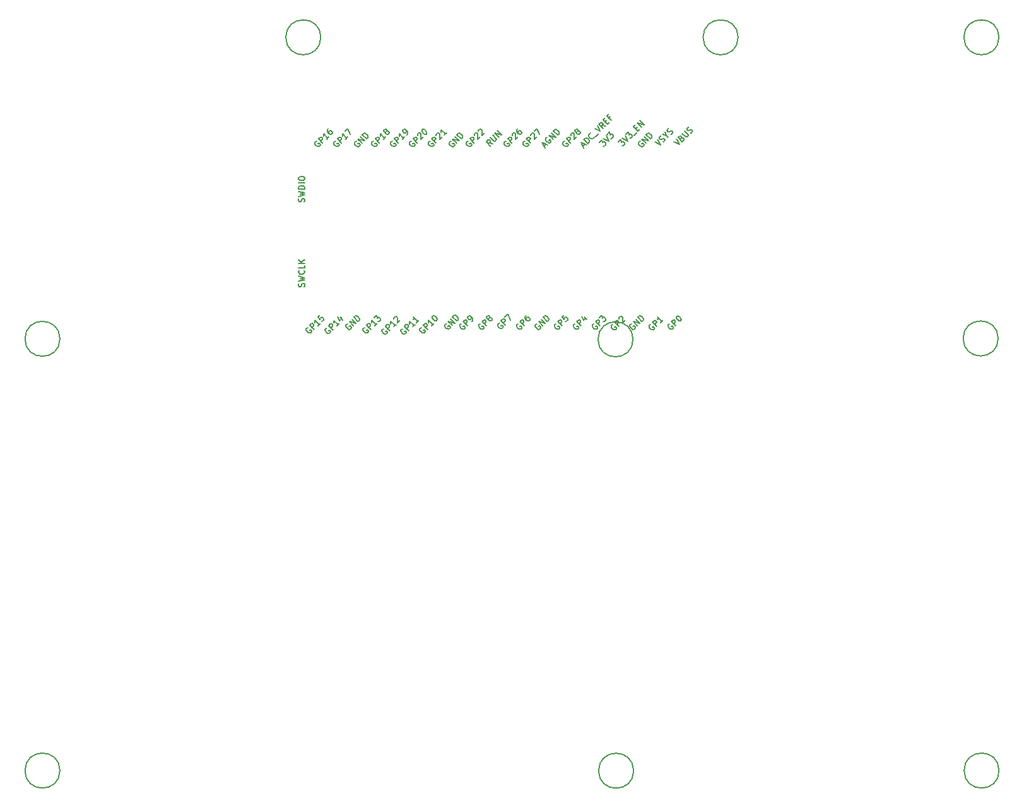
<source format=gbr>
%TF.GenerationSoftware,KiCad,Pcbnew,7.0.1.1-36-gbcf78dbe24-dirty-deb11*%
%TF.CreationDate,2023-04-04T15:18:31+00:00*%
%TF.ProjectId,pedalboard-hw,70656461-6c62-46f6-9172-642d68772e6b,1.0.2*%
%TF.SameCoordinates,Original*%
%TF.FileFunction,Other,Comment*%
%FSLAX46Y46*%
G04 Gerber Fmt 4.6, Leading zero omitted, Abs format (unit mm)*
G04 Created by KiCad (PCBNEW 7.0.1.1-36-gbcf78dbe24-dirty-deb11) date 2023-04-04 15:18:31*
%MOMM*%
%LPD*%
G01*
G04 APERTURE LIST*
%ADD10C,0.150000*%
G04 APERTURE END LIST*
D10*
%TO.C,U1*%
X78775513Y-36942384D02*
X78694701Y-36969321D01*
X78694701Y-36969321D02*
X78613889Y-37050133D01*
X78613889Y-37050133D02*
X78560014Y-37157883D01*
X78560014Y-37157883D02*
X78560014Y-37265632D01*
X78560014Y-37265632D02*
X78586951Y-37346445D01*
X78586951Y-37346445D02*
X78667764Y-37481132D01*
X78667764Y-37481132D02*
X78748576Y-37561944D01*
X78748576Y-37561944D02*
X78883263Y-37642756D01*
X78883263Y-37642756D02*
X78964075Y-37669693D01*
X78964075Y-37669693D02*
X79071825Y-37669693D01*
X79071825Y-37669693D02*
X79179574Y-37615819D01*
X79179574Y-37615819D02*
X79233449Y-37561944D01*
X79233449Y-37561944D02*
X79287324Y-37454194D01*
X79287324Y-37454194D02*
X79287324Y-37400319D01*
X79287324Y-37400319D02*
X79098762Y-37211758D01*
X79098762Y-37211758D02*
X78991012Y-37319507D01*
X79583635Y-37211758D02*
X79017950Y-36646072D01*
X79017950Y-36646072D02*
X79233449Y-36430573D01*
X79233449Y-36430573D02*
X79314261Y-36403636D01*
X79314261Y-36403636D02*
X79368136Y-36403636D01*
X79368136Y-36403636D02*
X79448948Y-36430573D01*
X79448948Y-36430573D02*
X79529760Y-36511385D01*
X79529760Y-36511385D02*
X79556698Y-36592197D01*
X79556698Y-36592197D02*
X79556698Y-36646072D01*
X79556698Y-36646072D02*
X79529760Y-36726884D01*
X79529760Y-36726884D02*
X79314261Y-36942384D01*
X80445632Y-36349761D02*
X80122383Y-36673010D01*
X80284008Y-36511385D02*
X79718322Y-35945700D01*
X79718322Y-35945700D02*
X79745260Y-36080387D01*
X79745260Y-36080387D02*
X79745260Y-36188136D01*
X79745260Y-36188136D02*
X79718322Y-36268948D01*
X80364820Y-35299202D02*
X80257070Y-35406951D01*
X80257070Y-35406951D02*
X80230133Y-35487764D01*
X80230133Y-35487764D02*
X80230133Y-35541638D01*
X80230133Y-35541638D02*
X80257070Y-35676326D01*
X80257070Y-35676326D02*
X80337883Y-35811013D01*
X80337883Y-35811013D02*
X80553382Y-36026512D01*
X80553382Y-36026512D02*
X80634194Y-36053449D01*
X80634194Y-36053449D02*
X80688069Y-36053449D01*
X80688069Y-36053449D02*
X80768881Y-36026512D01*
X80768881Y-36026512D02*
X80876631Y-35918762D01*
X80876631Y-35918762D02*
X80903568Y-35837950D01*
X80903568Y-35837950D02*
X80903568Y-35784075D01*
X80903568Y-35784075D02*
X80876631Y-35703263D01*
X80876631Y-35703263D02*
X80741944Y-35568576D01*
X80741944Y-35568576D02*
X80661131Y-35541638D01*
X80661131Y-35541638D02*
X80607257Y-35541638D01*
X80607257Y-35541638D02*
X80526444Y-35568576D01*
X80526444Y-35568576D02*
X80418695Y-35676326D01*
X80418695Y-35676326D02*
X80391757Y-35757138D01*
X80391757Y-35757138D02*
X80391757Y-35811013D01*
X80391757Y-35811013D02*
X80418695Y-35891825D01*
X121041950Y-61499946D02*
X120961138Y-61526884D01*
X120961138Y-61526884D02*
X120880326Y-61607696D01*
X120880326Y-61607696D02*
X120826451Y-61715446D01*
X120826451Y-61715446D02*
X120826451Y-61823195D01*
X120826451Y-61823195D02*
X120853389Y-61904007D01*
X120853389Y-61904007D02*
X120934201Y-62038694D01*
X120934201Y-62038694D02*
X121015013Y-62119507D01*
X121015013Y-62119507D02*
X121149700Y-62200319D01*
X121149700Y-62200319D02*
X121230512Y-62227256D01*
X121230512Y-62227256D02*
X121338262Y-62227256D01*
X121338262Y-62227256D02*
X121446011Y-62173381D01*
X121446011Y-62173381D02*
X121499886Y-62119507D01*
X121499886Y-62119507D02*
X121553761Y-62011757D01*
X121553761Y-62011757D02*
X121553761Y-61957882D01*
X121553761Y-61957882D02*
X121365199Y-61769320D01*
X121365199Y-61769320D02*
X121257450Y-61877070D01*
X121850072Y-61769320D02*
X121284387Y-61203635D01*
X121284387Y-61203635D02*
X122173321Y-61446072D01*
X122173321Y-61446072D02*
X121607636Y-60880386D01*
X122442695Y-61176698D02*
X121877010Y-60611012D01*
X121877010Y-60611012D02*
X122011697Y-60476325D01*
X122011697Y-60476325D02*
X122119446Y-60422450D01*
X122119446Y-60422450D02*
X122227196Y-60422450D01*
X122227196Y-60422450D02*
X122308008Y-60449388D01*
X122308008Y-60449388D02*
X122442695Y-60530200D01*
X122442695Y-60530200D02*
X122523507Y-60611012D01*
X122523507Y-60611012D02*
X122604319Y-60745699D01*
X122604319Y-60745699D02*
X122631257Y-60826511D01*
X122631257Y-60826511D02*
X122631257Y-60934261D01*
X122631257Y-60934261D02*
X122577382Y-61042011D01*
X122577382Y-61042011D02*
X122442695Y-61176698D01*
X82941950Y-61499946D02*
X82861138Y-61526884D01*
X82861138Y-61526884D02*
X82780326Y-61607696D01*
X82780326Y-61607696D02*
X82726451Y-61715446D01*
X82726451Y-61715446D02*
X82726451Y-61823195D01*
X82726451Y-61823195D02*
X82753389Y-61904007D01*
X82753389Y-61904007D02*
X82834201Y-62038694D01*
X82834201Y-62038694D02*
X82915013Y-62119507D01*
X82915013Y-62119507D02*
X83049700Y-62200319D01*
X83049700Y-62200319D02*
X83130512Y-62227256D01*
X83130512Y-62227256D02*
X83238262Y-62227256D01*
X83238262Y-62227256D02*
X83346011Y-62173381D01*
X83346011Y-62173381D02*
X83399886Y-62119507D01*
X83399886Y-62119507D02*
X83453761Y-62011757D01*
X83453761Y-62011757D02*
X83453761Y-61957882D01*
X83453761Y-61957882D02*
X83265199Y-61769320D01*
X83265199Y-61769320D02*
X83157450Y-61877070D01*
X83750072Y-61769320D02*
X83184387Y-61203635D01*
X83184387Y-61203635D02*
X84073321Y-61446072D01*
X84073321Y-61446072D02*
X83507636Y-60880386D01*
X84342695Y-61176698D02*
X83777010Y-60611012D01*
X83777010Y-60611012D02*
X83911697Y-60476325D01*
X83911697Y-60476325D02*
X84019446Y-60422450D01*
X84019446Y-60422450D02*
X84127196Y-60422450D01*
X84127196Y-60422450D02*
X84208008Y-60449388D01*
X84208008Y-60449388D02*
X84342695Y-60530200D01*
X84342695Y-60530200D02*
X84423507Y-60611012D01*
X84423507Y-60611012D02*
X84504319Y-60745699D01*
X84504319Y-60745699D02*
X84531257Y-60826511D01*
X84531257Y-60826511D02*
X84531257Y-60934261D01*
X84531257Y-60934261D02*
X84477382Y-61042011D01*
X84477382Y-61042011D02*
X84342695Y-61176698D01*
X119283923Y-37064099D02*
X119634109Y-36713913D01*
X119634109Y-36713913D02*
X119661046Y-37117974D01*
X119661046Y-37117974D02*
X119741859Y-37037162D01*
X119741859Y-37037162D02*
X119822671Y-37010224D01*
X119822671Y-37010224D02*
X119876546Y-37010224D01*
X119876546Y-37010224D02*
X119957358Y-37037162D01*
X119957358Y-37037162D02*
X120092045Y-37171849D01*
X120092045Y-37171849D02*
X120118982Y-37252661D01*
X120118982Y-37252661D02*
X120118982Y-37306536D01*
X120118982Y-37306536D02*
X120092045Y-37387348D01*
X120092045Y-37387348D02*
X119930420Y-37548972D01*
X119930420Y-37548972D02*
X119849608Y-37575910D01*
X119849608Y-37575910D02*
X119795733Y-37575910D01*
X119795733Y-36552288D02*
X120549981Y-36929412D01*
X120549981Y-36929412D02*
X120172857Y-36175165D01*
X120307544Y-36040478D02*
X120657730Y-35690292D01*
X120657730Y-35690292D02*
X120684668Y-36094353D01*
X120684668Y-36094353D02*
X120765480Y-36013541D01*
X120765480Y-36013541D02*
X120846292Y-35986603D01*
X120846292Y-35986603D02*
X120900167Y-35986603D01*
X120900167Y-35986603D02*
X120980979Y-36013541D01*
X120980979Y-36013541D02*
X121115666Y-36148228D01*
X121115666Y-36148228D02*
X121142603Y-36229040D01*
X121142603Y-36229040D02*
X121142603Y-36282915D01*
X121142603Y-36282915D02*
X121115666Y-36363727D01*
X121115666Y-36363727D02*
X120954042Y-36525351D01*
X120954042Y-36525351D02*
X120873229Y-36552289D01*
X120873229Y-36552289D02*
X120819355Y-36552289D01*
X121385040Y-36202102D02*
X121816039Y-35771104D01*
X121600539Y-35286230D02*
X121789101Y-35097669D01*
X122166225Y-35313168D02*
X121896851Y-35582542D01*
X121896851Y-35582542D02*
X121331165Y-35016856D01*
X121331165Y-35016856D02*
X121600539Y-34747482D01*
X122408662Y-35070731D02*
X121842976Y-34505045D01*
X121842976Y-34505045D02*
X122731911Y-34747482D01*
X122731911Y-34747482D02*
X122166225Y-34181797D01*
X94005513Y-36942384D02*
X93924701Y-36969321D01*
X93924701Y-36969321D02*
X93843889Y-37050133D01*
X93843889Y-37050133D02*
X93790014Y-37157883D01*
X93790014Y-37157883D02*
X93790014Y-37265632D01*
X93790014Y-37265632D02*
X93816951Y-37346445D01*
X93816951Y-37346445D02*
X93897764Y-37481132D01*
X93897764Y-37481132D02*
X93978576Y-37561944D01*
X93978576Y-37561944D02*
X94113263Y-37642756D01*
X94113263Y-37642756D02*
X94194075Y-37669693D01*
X94194075Y-37669693D02*
X94301825Y-37669693D01*
X94301825Y-37669693D02*
X94409574Y-37615819D01*
X94409574Y-37615819D02*
X94463449Y-37561944D01*
X94463449Y-37561944D02*
X94517324Y-37454194D01*
X94517324Y-37454194D02*
X94517324Y-37400319D01*
X94517324Y-37400319D02*
X94328762Y-37211758D01*
X94328762Y-37211758D02*
X94221012Y-37319507D01*
X94813635Y-37211758D02*
X94247950Y-36646072D01*
X94247950Y-36646072D02*
X94463449Y-36430573D01*
X94463449Y-36430573D02*
X94544261Y-36403636D01*
X94544261Y-36403636D02*
X94598136Y-36403636D01*
X94598136Y-36403636D02*
X94678948Y-36430573D01*
X94678948Y-36430573D02*
X94759760Y-36511385D01*
X94759760Y-36511385D02*
X94786698Y-36592197D01*
X94786698Y-36592197D02*
X94786698Y-36646072D01*
X94786698Y-36646072D02*
X94759760Y-36726884D01*
X94759760Y-36726884D02*
X94544261Y-36942384D01*
X94840573Y-36161199D02*
X94840573Y-36107324D01*
X94840573Y-36107324D02*
X94867510Y-36026512D01*
X94867510Y-36026512D02*
X95002197Y-35891825D01*
X95002197Y-35891825D02*
X95083009Y-35864887D01*
X95083009Y-35864887D02*
X95136884Y-35864887D01*
X95136884Y-35864887D02*
X95217696Y-35891825D01*
X95217696Y-35891825D02*
X95271571Y-35945700D01*
X95271571Y-35945700D02*
X95325446Y-36053449D01*
X95325446Y-36053449D02*
X95325446Y-36699947D01*
X95325446Y-36699947D02*
X95675632Y-36349761D01*
X96214380Y-35811013D02*
X95891131Y-36134261D01*
X96052756Y-35972637D02*
X95487070Y-35406951D01*
X95487070Y-35406951D02*
X95514008Y-35541638D01*
X95514008Y-35541638D02*
X95514008Y-35649388D01*
X95514008Y-35649388D02*
X95487070Y-35730200D01*
X122197950Y-36953946D02*
X122117138Y-36980884D01*
X122117138Y-36980884D02*
X122036326Y-37061696D01*
X122036326Y-37061696D02*
X121982451Y-37169446D01*
X121982451Y-37169446D02*
X121982451Y-37277195D01*
X121982451Y-37277195D02*
X122009389Y-37358007D01*
X122009389Y-37358007D02*
X122090201Y-37492694D01*
X122090201Y-37492694D02*
X122171013Y-37573507D01*
X122171013Y-37573507D02*
X122305700Y-37654319D01*
X122305700Y-37654319D02*
X122386512Y-37681256D01*
X122386512Y-37681256D02*
X122494262Y-37681256D01*
X122494262Y-37681256D02*
X122602011Y-37627381D01*
X122602011Y-37627381D02*
X122655886Y-37573507D01*
X122655886Y-37573507D02*
X122709761Y-37465757D01*
X122709761Y-37465757D02*
X122709761Y-37411882D01*
X122709761Y-37411882D02*
X122521199Y-37223320D01*
X122521199Y-37223320D02*
X122413450Y-37331070D01*
X123006072Y-37223320D02*
X122440387Y-36657635D01*
X122440387Y-36657635D02*
X123329321Y-36900072D01*
X123329321Y-36900072D02*
X122763636Y-36334386D01*
X123598695Y-36630698D02*
X123033010Y-36065012D01*
X123033010Y-36065012D02*
X123167697Y-35930325D01*
X123167697Y-35930325D02*
X123275446Y-35876450D01*
X123275446Y-35876450D02*
X123383196Y-35876450D01*
X123383196Y-35876450D02*
X123464008Y-35903388D01*
X123464008Y-35903388D02*
X123598695Y-35984200D01*
X123598695Y-35984200D02*
X123679507Y-36065012D01*
X123679507Y-36065012D02*
X123760319Y-36199699D01*
X123760319Y-36199699D02*
X123787257Y-36280511D01*
X123787257Y-36280511D02*
X123787257Y-36388261D01*
X123787257Y-36388261D02*
X123733382Y-36496011D01*
X123733382Y-36496011D02*
X123598695Y-36630698D01*
X96797950Y-36953946D02*
X96717138Y-36980884D01*
X96717138Y-36980884D02*
X96636326Y-37061696D01*
X96636326Y-37061696D02*
X96582451Y-37169446D01*
X96582451Y-37169446D02*
X96582451Y-37277195D01*
X96582451Y-37277195D02*
X96609389Y-37358007D01*
X96609389Y-37358007D02*
X96690201Y-37492694D01*
X96690201Y-37492694D02*
X96771013Y-37573507D01*
X96771013Y-37573507D02*
X96905700Y-37654319D01*
X96905700Y-37654319D02*
X96986512Y-37681256D01*
X96986512Y-37681256D02*
X97094262Y-37681256D01*
X97094262Y-37681256D02*
X97202011Y-37627381D01*
X97202011Y-37627381D02*
X97255886Y-37573507D01*
X97255886Y-37573507D02*
X97309761Y-37465757D01*
X97309761Y-37465757D02*
X97309761Y-37411882D01*
X97309761Y-37411882D02*
X97121199Y-37223320D01*
X97121199Y-37223320D02*
X97013450Y-37331070D01*
X97606072Y-37223320D02*
X97040387Y-36657635D01*
X97040387Y-36657635D02*
X97929321Y-36900072D01*
X97929321Y-36900072D02*
X97363636Y-36334386D01*
X98198695Y-36630698D02*
X97633010Y-36065012D01*
X97633010Y-36065012D02*
X97767697Y-35930325D01*
X97767697Y-35930325D02*
X97875446Y-35876450D01*
X97875446Y-35876450D02*
X97983196Y-35876450D01*
X97983196Y-35876450D02*
X98064008Y-35903388D01*
X98064008Y-35903388D02*
X98198695Y-35984200D01*
X98198695Y-35984200D02*
X98279507Y-36065012D01*
X98279507Y-36065012D02*
X98360319Y-36199699D01*
X98360319Y-36199699D02*
X98387257Y-36280511D01*
X98387257Y-36280511D02*
X98387257Y-36388261D01*
X98387257Y-36388261D02*
X98333382Y-36496011D01*
X98333382Y-36496011D02*
X98198695Y-36630698D01*
X90319513Y-62142384D02*
X90238701Y-62169321D01*
X90238701Y-62169321D02*
X90157889Y-62250133D01*
X90157889Y-62250133D02*
X90104014Y-62357883D01*
X90104014Y-62357883D02*
X90104014Y-62465632D01*
X90104014Y-62465632D02*
X90130951Y-62546445D01*
X90130951Y-62546445D02*
X90211764Y-62681132D01*
X90211764Y-62681132D02*
X90292576Y-62761944D01*
X90292576Y-62761944D02*
X90427263Y-62842756D01*
X90427263Y-62842756D02*
X90508075Y-62869693D01*
X90508075Y-62869693D02*
X90615825Y-62869693D01*
X90615825Y-62869693D02*
X90723574Y-62815819D01*
X90723574Y-62815819D02*
X90777449Y-62761944D01*
X90777449Y-62761944D02*
X90831324Y-62654194D01*
X90831324Y-62654194D02*
X90831324Y-62600319D01*
X90831324Y-62600319D02*
X90642762Y-62411758D01*
X90642762Y-62411758D02*
X90535012Y-62519507D01*
X91127635Y-62411758D02*
X90561950Y-61846072D01*
X90561950Y-61846072D02*
X90777449Y-61630573D01*
X90777449Y-61630573D02*
X90858261Y-61603636D01*
X90858261Y-61603636D02*
X90912136Y-61603636D01*
X90912136Y-61603636D02*
X90992948Y-61630573D01*
X90992948Y-61630573D02*
X91073760Y-61711385D01*
X91073760Y-61711385D02*
X91100698Y-61792197D01*
X91100698Y-61792197D02*
X91100698Y-61846072D01*
X91100698Y-61846072D02*
X91073760Y-61926884D01*
X91073760Y-61926884D02*
X90858261Y-62142384D01*
X91989632Y-61549761D02*
X91666383Y-61873010D01*
X91828008Y-61711385D02*
X91262322Y-61145700D01*
X91262322Y-61145700D02*
X91289260Y-61280387D01*
X91289260Y-61280387D02*
X91289260Y-61388136D01*
X91289260Y-61388136D02*
X91262322Y-61468948D01*
X92528380Y-61011013D02*
X92205131Y-61334261D01*
X92366756Y-61172637D02*
X91801070Y-60606951D01*
X91801070Y-60606951D02*
X91828008Y-60741638D01*
X91828008Y-60741638D02*
X91828008Y-60849388D01*
X91828008Y-60849388D02*
X91801070Y-60930200D01*
X91475513Y-36942384D02*
X91394701Y-36969321D01*
X91394701Y-36969321D02*
X91313889Y-37050133D01*
X91313889Y-37050133D02*
X91260014Y-37157883D01*
X91260014Y-37157883D02*
X91260014Y-37265632D01*
X91260014Y-37265632D02*
X91286951Y-37346445D01*
X91286951Y-37346445D02*
X91367764Y-37481132D01*
X91367764Y-37481132D02*
X91448576Y-37561944D01*
X91448576Y-37561944D02*
X91583263Y-37642756D01*
X91583263Y-37642756D02*
X91664075Y-37669693D01*
X91664075Y-37669693D02*
X91771825Y-37669693D01*
X91771825Y-37669693D02*
X91879574Y-37615819D01*
X91879574Y-37615819D02*
X91933449Y-37561944D01*
X91933449Y-37561944D02*
X91987324Y-37454194D01*
X91987324Y-37454194D02*
X91987324Y-37400319D01*
X91987324Y-37400319D02*
X91798762Y-37211758D01*
X91798762Y-37211758D02*
X91691012Y-37319507D01*
X92283635Y-37211758D02*
X91717950Y-36646072D01*
X91717950Y-36646072D02*
X91933449Y-36430573D01*
X91933449Y-36430573D02*
X92014261Y-36403636D01*
X92014261Y-36403636D02*
X92068136Y-36403636D01*
X92068136Y-36403636D02*
X92148948Y-36430573D01*
X92148948Y-36430573D02*
X92229760Y-36511385D01*
X92229760Y-36511385D02*
X92256698Y-36592197D01*
X92256698Y-36592197D02*
X92256698Y-36646072D01*
X92256698Y-36646072D02*
X92229760Y-36726884D01*
X92229760Y-36726884D02*
X92014261Y-36942384D01*
X92310573Y-36161199D02*
X92310573Y-36107324D01*
X92310573Y-36107324D02*
X92337510Y-36026512D01*
X92337510Y-36026512D02*
X92472197Y-35891825D01*
X92472197Y-35891825D02*
X92553009Y-35864887D01*
X92553009Y-35864887D02*
X92606884Y-35864887D01*
X92606884Y-35864887D02*
X92687696Y-35891825D01*
X92687696Y-35891825D02*
X92741571Y-35945700D01*
X92741571Y-35945700D02*
X92795446Y-36053449D01*
X92795446Y-36053449D02*
X92795446Y-36699947D01*
X92795446Y-36699947D02*
X93145632Y-36349761D01*
X92930133Y-35433889D02*
X92984008Y-35380014D01*
X92984008Y-35380014D02*
X93064820Y-35353077D01*
X93064820Y-35353077D02*
X93118695Y-35353077D01*
X93118695Y-35353077D02*
X93199507Y-35380014D01*
X93199507Y-35380014D02*
X93334194Y-35460826D01*
X93334194Y-35460826D02*
X93468881Y-35595513D01*
X93468881Y-35595513D02*
X93549693Y-35730200D01*
X93549693Y-35730200D02*
X93576631Y-35811013D01*
X93576631Y-35811013D02*
X93576631Y-35864887D01*
X93576631Y-35864887D02*
X93549693Y-35945700D01*
X93549693Y-35945700D02*
X93495818Y-35999574D01*
X93495818Y-35999574D02*
X93415006Y-36026512D01*
X93415006Y-36026512D02*
X93361131Y-36026512D01*
X93361131Y-36026512D02*
X93280319Y-35999574D01*
X93280319Y-35999574D02*
X93145632Y-35918762D01*
X93145632Y-35918762D02*
X93010945Y-35784075D01*
X93010945Y-35784075D02*
X92930133Y-35649388D01*
X92930133Y-35649388D02*
X92903196Y-35568576D01*
X92903196Y-35568576D02*
X92903196Y-35514701D01*
X92903196Y-35514701D02*
X92930133Y-35433889D01*
X98208888Y-61473009D02*
X98128075Y-61499946D01*
X98128075Y-61499946D02*
X98047263Y-61580759D01*
X98047263Y-61580759D02*
X97993388Y-61688508D01*
X97993388Y-61688508D02*
X97993388Y-61796258D01*
X97993388Y-61796258D02*
X98020326Y-61877070D01*
X98020326Y-61877070D02*
X98101138Y-62011757D01*
X98101138Y-62011757D02*
X98181950Y-62092569D01*
X98181950Y-62092569D02*
X98316637Y-62173382D01*
X98316637Y-62173382D02*
X98397449Y-62200319D01*
X98397449Y-62200319D02*
X98505199Y-62200319D01*
X98505199Y-62200319D02*
X98612949Y-62146444D01*
X98612949Y-62146444D02*
X98666823Y-62092569D01*
X98666823Y-62092569D02*
X98720698Y-61984820D01*
X98720698Y-61984820D02*
X98720698Y-61930945D01*
X98720698Y-61930945D02*
X98532136Y-61742383D01*
X98532136Y-61742383D02*
X98424387Y-61850133D01*
X99017010Y-61742383D02*
X98451324Y-61176698D01*
X98451324Y-61176698D02*
X98666823Y-60961198D01*
X98666823Y-60961198D02*
X98747636Y-60934261D01*
X98747636Y-60934261D02*
X98801510Y-60934261D01*
X98801510Y-60934261D02*
X98882323Y-60961198D01*
X98882323Y-60961198D02*
X98963135Y-61042011D01*
X98963135Y-61042011D02*
X98990072Y-61122823D01*
X98990072Y-61122823D02*
X98990072Y-61176698D01*
X98990072Y-61176698D02*
X98963135Y-61257510D01*
X98963135Y-61257510D02*
X98747636Y-61473009D01*
X99609632Y-61149760D02*
X99717382Y-61042011D01*
X99717382Y-61042011D02*
X99744319Y-60961198D01*
X99744319Y-60961198D02*
X99744319Y-60907324D01*
X99744319Y-60907324D02*
X99717382Y-60772637D01*
X99717382Y-60772637D02*
X99636570Y-60637950D01*
X99636570Y-60637950D02*
X99421071Y-60422450D01*
X99421071Y-60422450D02*
X99340258Y-60395513D01*
X99340258Y-60395513D02*
X99286384Y-60395513D01*
X99286384Y-60395513D02*
X99205571Y-60422450D01*
X99205571Y-60422450D02*
X99097822Y-60530200D01*
X99097822Y-60530200D02*
X99070884Y-60611012D01*
X99070884Y-60611012D02*
X99070884Y-60664887D01*
X99070884Y-60664887D02*
X99097822Y-60745699D01*
X99097822Y-60745699D02*
X99232509Y-60880386D01*
X99232509Y-60880386D02*
X99313321Y-60907324D01*
X99313321Y-60907324D02*
X99367196Y-60907324D01*
X99367196Y-60907324D02*
X99448008Y-60880386D01*
X99448008Y-60880386D02*
X99555758Y-60772637D01*
X99555758Y-60772637D02*
X99582695Y-60691824D01*
X99582695Y-60691824D02*
X99582695Y-60637950D01*
X99582695Y-60637950D02*
X99555758Y-60557137D01*
X92859513Y-61996384D02*
X92778701Y-62023321D01*
X92778701Y-62023321D02*
X92697889Y-62104133D01*
X92697889Y-62104133D02*
X92644014Y-62211883D01*
X92644014Y-62211883D02*
X92644014Y-62319632D01*
X92644014Y-62319632D02*
X92670951Y-62400445D01*
X92670951Y-62400445D02*
X92751764Y-62535132D01*
X92751764Y-62535132D02*
X92832576Y-62615944D01*
X92832576Y-62615944D02*
X92967263Y-62696756D01*
X92967263Y-62696756D02*
X93048075Y-62723693D01*
X93048075Y-62723693D02*
X93155825Y-62723693D01*
X93155825Y-62723693D02*
X93263574Y-62669819D01*
X93263574Y-62669819D02*
X93317449Y-62615944D01*
X93317449Y-62615944D02*
X93371324Y-62508194D01*
X93371324Y-62508194D02*
X93371324Y-62454319D01*
X93371324Y-62454319D02*
X93182762Y-62265758D01*
X93182762Y-62265758D02*
X93075012Y-62373507D01*
X93667635Y-62265758D02*
X93101950Y-61700072D01*
X93101950Y-61700072D02*
X93317449Y-61484573D01*
X93317449Y-61484573D02*
X93398261Y-61457636D01*
X93398261Y-61457636D02*
X93452136Y-61457636D01*
X93452136Y-61457636D02*
X93532948Y-61484573D01*
X93532948Y-61484573D02*
X93613760Y-61565385D01*
X93613760Y-61565385D02*
X93640698Y-61646197D01*
X93640698Y-61646197D02*
X93640698Y-61700072D01*
X93640698Y-61700072D02*
X93613760Y-61780884D01*
X93613760Y-61780884D02*
X93398261Y-61996384D01*
X94529632Y-61403761D02*
X94206383Y-61727010D01*
X94368008Y-61565385D02*
X93802322Y-60999700D01*
X93802322Y-60999700D02*
X93829260Y-61134387D01*
X93829260Y-61134387D02*
X93829260Y-61242136D01*
X93829260Y-61242136D02*
X93802322Y-61322948D01*
X94314133Y-60487889D02*
X94368008Y-60434014D01*
X94368008Y-60434014D02*
X94448820Y-60407077D01*
X94448820Y-60407077D02*
X94502695Y-60407077D01*
X94502695Y-60407077D02*
X94583507Y-60434014D01*
X94583507Y-60434014D02*
X94718194Y-60514826D01*
X94718194Y-60514826D02*
X94852881Y-60649513D01*
X94852881Y-60649513D02*
X94933693Y-60784200D01*
X94933693Y-60784200D02*
X94960631Y-60865013D01*
X94960631Y-60865013D02*
X94960631Y-60918887D01*
X94960631Y-60918887D02*
X94933693Y-60999700D01*
X94933693Y-60999700D02*
X94879818Y-61053574D01*
X94879818Y-61053574D02*
X94799006Y-61080512D01*
X94799006Y-61080512D02*
X94745131Y-61080512D01*
X94745131Y-61080512D02*
X94664319Y-61053574D01*
X94664319Y-61053574D02*
X94529632Y-60972762D01*
X94529632Y-60972762D02*
X94394945Y-60838075D01*
X94394945Y-60838075D02*
X94314133Y-60703388D01*
X94314133Y-60703388D02*
X94287196Y-60622576D01*
X94287196Y-60622576D02*
X94287196Y-60568701D01*
X94287196Y-60568701D02*
X94314133Y-60487889D01*
X106705513Y-36942384D02*
X106624701Y-36969321D01*
X106624701Y-36969321D02*
X106543889Y-37050133D01*
X106543889Y-37050133D02*
X106490014Y-37157883D01*
X106490014Y-37157883D02*
X106490014Y-37265632D01*
X106490014Y-37265632D02*
X106516951Y-37346445D01*
X106516951Y-37346445D02*
X106597764Y-37481132D01*
X106597764Y-37481132D02*
X106678576Y-37561944D01*
X106678576Y-37561944D02*
X106813263Y-37642756D01*
X106813263Y-37642756D02*
X106894075Y-37669693D01*
X106894075Y-37669693D02*
X107001825Y-37669693D01*
X107001825Y-37669693D02*
X107109574Y-37615819D01*
X107109574Y-37615819D02*
X107163449Y-37561944D01*
X107163449Y-37561944D02*
X107217324Y-37454194D01*
X107217324Y-37454194D02*
X107217324Y-37400319D01*
X107217324Y-37400319D02*
X107028762Y-37211758D01*
X107028762Y-37211758D02*
X106921012Y-37319507D01*
X107513635Y-37211758D02*
X106947950Y-36646072D01*
X106947950Y-36646072D02*
X107163449Y-36430573D01*
X107163449Y-36430573D02*
X107244261Y-36403636D01*
X107244261Y-36403636D02*
X107298136Y-36403636D01*
X107298136Y-36403636D02*
X107378948Y-36430573D01*
X107378948Y-36430573D02*
X107459760Y-36511385D01*
X107459760Y-36511385D02*
X107486698Y-36592197D01*
X107486698Y-36592197D02*
X107486698Y-36646072D01*
X107486698Y-36646072D02*
X107459760Y-36726884D01*
X107459760Y-36726884D02*
X107244261Y-36942384D01*
X107540573Y-36161199D02*
X107540573Y-36107324D01*
X107540573Y-36107324D02*
X107567510Y-36026512D01*
X107567510Y-36026512D02*
X107702197Y-35891825D01*
X107702197Y-35891825D02*
X107783009Y-35864887D01*
X107783009Y-35864887D02*
X107836884Y-35864887D01*
X107836884Y-35864887D02*
X107917696Y-35891825D01*
X107917696Y-35891825D02*
X107971571Y-35945700D01*
X107971571Y-35945700D02*
X108025446Y-36053449D01*
X108025446Y-36053449D02*
X108025446Y-36699947D01*
X108025446Y-36699947D02*
X108375632Y-36349761D01*
X107998509Y-35595513D02*
X108375632Y-35218390D01*
X108375632Y-35218390D02*
X108698881Y-36026512D01*
X100748888Y-61473009D02*
X100668075Y-61499946D01*
X100668075Y-61499946D02*
X100587263Y-61580759D01*
X100587263Y-61580759D02*
X100533388Y-61688508D01*
X100533388Y-61688508D02*
X100533388Y-61796258D01*
X100533388Y-61796258D02*
X100560326Y-61877070D01*
X100560326Y-61877070D02*
X100641138Y-62011757D01*
X100641138Y-62011757D02*
X100721950Y-62092569D01*
X100721950Y-62092569D02*
X100856637Y-62173382D01*
X100856637Y-62173382D02*
X100937449Y-62200319D01*
X100937449Y-62200319D02*
X101045199Y-62200319D01*
X101045199Y-62200319D02*
X101152949Y-62146444D01*
X101152949Y-62146444D02*
X101206823Y-62092569D01*
X101206823Y-62092569D02*
X101260698Y-61984820D01*
X101260698Y-61984820D02*
X101260698Y-61930945D01*
X101260698Y-61930945D02*
X101072136Y-61742383D01*
X101072136Y-61742383D02*
X100964387Y-61850133D01*
X101557010Y-61742383D02*
X100991324Y-61176698D01*
X100991324Y-61176698D02*
X101206823Y-60961198D01*
X101206823Y-60961198D02*
X101287636Y-60934261D01*
X101287636Y-60934261D02*
X101341510Y-60934261D01*
X101341510Y-60934261D02*
X101422323Y-60961198D01*
X101422323Y-60961198D02*
X101503135Y-61042011D01*
X101503135Y-61042011D02*
X101530072Y-61122823D01*
X101530072Y-61122823D02*
X101530072Y-61176698D01*
X101530072Y-61176698D02*
X101503135Y-61257510D01*
X101503135Y-61257510D02*
X101287636Y-61473009D01*
X101880258Y-60772637D02*
X101799446Y-60799574D01*
X101799446Y-60799574D02*
X101745571Y-60799574D01*
X101745571Y-60799574D02*
X101664759Y-60772637D01*
X101664759Y-60772637D02*
X101637822Y-60745699D01*
X101637822Y-60745699D02*
X101610884Y-60664887D01*
X101610884Y-60664887D02*
X101610884Y-60611012D01*
X101610884Y-60611012D02*
X101637822Y-60530200D01*
X101637822Y-60530200D02*
X101745571Y-60422450D01*
X101745571Y-60422450D02*
X101826384Y-60395513D01*
X101826384Y-60395513D02*
X101880258Y-60395513D01*
X101880258Y-60395513D02*
X101961071Y-60422450D01*
X101961071Y-60422450D02*
X101988008Y-60449388D01*
X101988008Y-60449388D02*
X102014945Y-60530200D01*
X102014945Y-60530200D02*
X102014945Y-60584075D01*
X102014945Y-60584075D02*
X101988008Y-60664887D01*
X101988008Y-60664887D02*
X101880258Y-60772637D01*
X101880258Y-60772637D02*
X101853321Y-60853449D01*
X101853321Y-60853449D02*
X101853321Y-60907324D01*
X101853321Y-60907324D02*
X101880258Y-60988136D01*
X101880258Y-60988136D02*
X101988008Y-61095885D01*
X101988008Y-61095885D02*
X102068820Y-61122823D01*
X102068820Y-61122823D02*
X102122695Y-61122823D01*
X102122695Y-61122823D02*
X102203507Y-61095885D01*
X102203507Y-61095885D02*
X102311257Y-60988136D01*
X102311257Y-60988136D02*
X102338194Y-60907324D01*
X102338194Y-60907324D02*
X102338194Y-60853449D01*
X102338194Y-60853449D02*
X102311257Y-60772637D01*
X102311257Y-60772637D02*
X102203507Y-60664887D01*
X102203507Y-60664887D02*
X102122695Y-60637950D01*
X102122695Y-60637950D02*
X102068820Y-60637950D01*
X102068820Y-60637950D02*
X101988008Y-60664887D01*
X110908888Y-61473009D02*
X110828075Y-61499946D01*
X110828075Y-61499946D02*
X110747263Y-61580759D01*
X110747263Y-61580759D02*
X110693388Y-61688508D01*
X110693388Y-61688508D02*
X110693388Y-61796258D01*
X110693388Y-61796258D02*
X110720326Y-61877070D01*
X110720326Y-61877070D02*
X110801138Y-62011757D01*
X110801138Y-62011757D02*
X110881950Y-62092569D01*
X110881950Y-62092569D02*
X111016637Y-62173382D01*
X111016637Y-62173382D02*
X111097449Y-62200319D01*
X111097449Y-62200319D02*
X111205199Y-62200319D01*
X111205199Y-62200319D02*
X111312949Y-62146444D01*
X111312949Y-62146444D02*
X111366823Y-62092569D01*
X111366823Y-62092569D02*
X111420698Y-61984820D01*
X111420698Y-61984820D02*
X111420698Y-61930945D01*
X111420698Y-61930945D02*
X111232136Y-61742383D01*
X111232136Y-61742383D02*
X111124387Y-61850133D01*
X111717010Y-61742383D02*
X111151324Y-61176698D01*
X111151324Y-61176698D02*
X111366823Y-60961198D01*
X111366823Y-60961198D02*
X111447636Y-60934261D01*
X111447636Y-60934261D02*
X111501510Y-60934261D01*
X111501510Y-60934261D02*
X111582323Y-60961198D01*
X111582323Y-60961198D02*
X111663135Y-61042011D01*
X111663135Y-61042011D02*
X111690072Y-61122823D01*
X111690072Y-61122823D02*
X111690072Y-61176698D01*
X111690072Y-61176698D02*
X111663135Y-61257510D01*
X111663135Y-61257510D02*
X111447636Y-61473009D01*
X111986384Y-60341638D02*
X111717010Y-60611012D01*
X111717010Y-60611012D02*
X111959446Y-60907324D01*
X111959446Y-60907324D02*
X111959446Y-60853449D01*
X111959446Y-60853449D02*
X111986384Y-60772637D01*
X111986384Y-60772637D02*
X112121071Y-60637950D01*
X112121071Y-60637950D02*
X112201883Y-60611012D01*
X112201883Y-60611012D02*
X112255758Y-60611012D01*
X112255758Y-60611012D02*
X112336570Y-60637950D01*
X112336570Y-60637950D02*
X112471257Y-60772637D01*
X112471257Y-60772637D02*
X112498194Y-60853449D01*
X112498194Y-60853449D02*
X112498194Y-60907324D01*
X112498194Y-60907324D02*
X112471257Y-60988136D01*
X112471257Y-60988136D02*
X112336570Y-61122823D01*
X112336570Y-61122823D02*
X112255758Y-61149760D01*
X112255758Y-61149760D02*
X112201883Y-61149760D01*
X114516579Y-37639565D02*
X114785953Y-37370191D01*
X114624329Y-37855064D02*
X114247205Y-37100817D01*
X114247205Y-37100817D02*
X115001452Y-37477940D01*
X115190014Y-37289379D02*
X114624329Y-36723693D01*
X114624329Y-36723693D02*
X114759016Y-36589006D01*
X114759016Y-36589006D02*
X114866765Y-36535132D01*
X114866765Y-36535132D02*
X114974515Y-36535132D01*
X114974515Y-36535132D02*
X115055327Y-36562069D01*
X115055327Y-36562069D02*
X115190014Y-36642881D01*
X115190014Y-36642881D02*
X115270826Y-36723693D01*
X115270826Y-36723693D02*
X115351638Y-36858380D01*
X115351638Y-36858380D02*
X115378576Y-36939193D01*
X115378576Y-36939193D02*
X115378576Y-37046942D01*
X115378576Y-37046942D02*
X115324701Y-37154692D01*
X115324701Y-37154692D02*
X115190014Y-37289379D01*
X116025073Y-36346570D02*
X116025073Y-36400445D01*
X116025073Y-36400445D02*
X115971199Y-36508194D01*
X115971199Y-36508194D02*
X115917324Y-36562069D01*
X115917324Y-36562069D02*
X115809574Y-36615944D01*
X115809574Y-36615944D02*
X115701825Y-36615944D01*
X115701825Y-36615944D02*
X115621012Y-36589006D01*
X115621012Y-36589006D02*
X115486325Y-36508194D01*
X115486325Y-36508194D02*
X115405513Y-36427382D01*
X115405513Y-36427382D02*
X115324701Y-36292695D01*
X115324701Y-36292695D02*
X115297764Y-36211883D01*
X115297764Y-36211883D02*
X115297764Y-36104133D01*
X115297764Y-36104133D02*
X115351638Y-35996383D01*
X115351638Y-35996383D02*
X115405513Y-35942509D01*
X115405513Y-35942509D02*
X115513263Y-35888634D01*
X115513263Y-35888634D02*
X115567138Y-35888634D01*
X116240573Y-36346570D02*
X116671571Y-35915571D01*
X116105886Y-35242136D02*
X116860133Y-35619260D01*
X116860133Y-35619260D02*
X116483009Y-34865013D01*
X117560505Y-34918888D02*
X117102569Y-34838075D01*
X117237256Y-35242136D02*
X116671571Y-34676451D01*
X116671571Y-34676451D02*
X116887070Y-34460952D01*
X116887070Y-34460952D02*
X116967882Y-34434014D01*
X116967882Y-34434014D02*
X117021757Y-34434014D01*
X117021757Y-34434014D02*
X117102569Y-34460952D01*
X117102569Y-34460952D02*
X117183382Y-34541764D01*
X117183382Y-34541764D02*
X117210319Y-34622576D01*
X117210319Y-34622576D02*
X117210319Y-34676451D01*
X117210319Y-34676451D02*
X117183382Y-34757263D01*
X117183382Y-34757263D02*
X116967882Y-34972762D01*
X117506630Y-34380139D02*
X117695192Y-34191578D01*
X118072316Y-34407077D02*
X117802942Y-34676451D01*
X117802942Y-34676451D02*
X117237256Y-34110765D01*
X117237256Y-34110765D02*
X117506630Y-33841391D01*
X118207003Y-33679767D02*
X118018441Y-33868329D01*
X118314753Y-34164640D02*
X117749067Y-33598955D01*
X117749067Y-33598955D02*
X118018441Y-33329581D01*
X77619513Y-61996384D02*
X77538701Y-62023321D01*
X77538701Y-62023321D02*
X77457889Y-62104133D01*
X77457889Y-62104133D02*
X77404014Y-62211883D01*
X77404014Y-62211883D02*
X77404014Y-62319632D01*
X77404014Y-62319632D02*
X77430951Y-62400445D01*
X77430951Y-62400445D02*
X77511764Y-62535132D01*
X77511764Y-62535132D02*
X77592576Y-62615944D01*
X77592576Y-62615944D02*
X77727263Y-62696756D01*
X77727263Y-62696756D02*
X77808075Y-62723693D01*
X77808075Y-62723693D02*
X77915825Y-62723693D01*
X77915825Y-62723693D02*
X78023574Y-62669819D01*
X78023574Y-62669819D02*
X78077449Y-62615944D01*
X78077449Y-62615944D02*
X78131324Y-62508194D01*
X78131324Y-62508194D02*
X78131324Y-62454319D01*
X78131324Y-62454319D02*
X77942762Y-62265758D01*
X77942762Y-62265758D02*
X77835012Y-62373507D01*
X78427635Y-62265758D02*
X77861950Y-61700072D01*
X77861950Y-61700072D02*
X78077449Y-61484573D01*
X78077449Y-61484573D02*
X78158261Y-61457636D01*
X78158261Y-61457636D02*
X78212136Y-61457636D01*
X78212136Y-61457636D02*
X78292948Y-61484573D01*
X78292948Y-61484573D02*
X78373760Y-61565385D01*
X78373760Y-61565385D02*
X78400698Y-61646197D01*
X78400698Y-61646197D02*
X78400698Y-61700072D01*
X78400698Y-61700072D02*
X78373760Y-61780884D01*
X78373760Y-61780884D02*
X78158261Y-61996384D01*
X79289632Y-61403761D02*
X78966383Y-61727010D01*
X79128008Y-61565385D02*
X78562322Y-60999700D01*
X78562322Y-60999700D02*
X78589260Y-61134387D01*
X78589260Y-61134387D02*
X78589260Y-61242136D01*
X78589260Y-61242136D02*
X78562322Y-61322948D01*
X79235757Y-60326264D02*
X78966383Y-60595638D01*
X78966383Y-60595638D02*
X79208820Y-60891950D01*
X79208820Y-60891950D02*
X79208820Y-60838075D01*
X79208820Y-60838075D02*
X79235757Y-60757263D01*
X79235757Y-60757263D02*
X79370444Y-60622576D01*
X79370444Y-60622576D02*
X79451257Y-60595638D01*
X79451257Y-60595638D02*
X79505131Y-60595638D01*
X79505131Y-60595638D02*
X79585944Y-60622576D01*
X79585944Y-60622576D02*
X79720631Y-60757263D01*
X79720631Y-60757263D02*
X79747568Y-60838075D01*
X79747568Y-60838075D02*
X79747568Y-60891950D01*
X79747568Y-60891950D02*
X79720631Y-60972762D01*
X79720631Y-60972762D02*
X79585944Y-61107449D01*
X79585944Y-61107449D02*
X79505131Y-61134387D01*
X79505131Y-61134387D02*
X79451257Y-61134387D01*
X124172265Y-37065757D02*
X124926512Y-37442881D01*
X124926512Y-37442881D02*
X124549388Y-36688634D01*
X125249760Y-37065758D02*
X125357510Y-37011883D01*
X125357510Y-37011883D02*
X125492197Y-36877196D01*
X125492197Y-36877196D02*
X125519134Y-36796384D01*
X125519134Y-36796384D02*
X125519134Y-36742509D01*
X125519134Y-36742509D02*
X125492197Y-36661697D01*
X125492197Y-36661697D02*
X125438322Y-36607822D01*
X125438322Y-36607822D02*
X125357510Y-36580884D01*
X125357510Y-36580884D02*
X125303635Y-36580884D01*
X125303635Y-36580884D02*
X125222823Y-36607822D01*
X125222823Y-36607822D02*
X125088136Y-36688634D01*
X125088136Y-36688634D02*
X125007324Y-36715571D01*
X125007324Y-36715571D02*
X124953449Y-36715571D01*
X124953449Y-36715571D02*
X124872637Y-36688634D01*
X124872637Y-36688634D02*
X124818762Y-36634759D01*
X124818762Y-36634759D02*
X124791825Y-36553947D01*
X124791825Y-36553947D02*
X124791825Y-36500072D01*
X124791825Y-36500072D02*
X124818762Y-36419260D01*
X124818762Y-36419260D02*
X124953449Y-36284573D01*
X124953449Y-36284573D02*
X125061199Y-36230698D01*
X125680759Y-36149886D02*
X125950133Y-36419260D01*
X125195886Y-36042136D02*
X125680759Y-36149886D01*
X125680759Y-36149886D02*
X125573009Y-35665013D01*
X126273382Y-36042136D02*
X126381131Y-35988262D01*
X126381131Y-35988262D02*
X126515818Y-35853575D01*
X126515818Y-35853575D02*
X126542756Y-35772762D01*
X126542756Y-35772762D02*
X126542756Y-35718888D01*
X126542756Y-35718888D02*
X126515818Y-35638075D01*
X126515818Y-35638075D02*
X126461943Y-35584201D01*
X126461943Y-35584201D02*
X126381131Y-35557263D01*
X126381131Y-35557263D02*
X126327256Y-35557263D01*
X126327256Y-35557263D02*
X126246444Y-35584201D01*
X126246444Y-35584201D02*
X126111757Y-35665013D01*
X126111757Y-35665013D02*
X126030945Y-35691950D01*
X126030945Y-35691950D02*
X125977070Y-35691950D01*
X125977070Y-35691950D02*
X125896258Y-35665013D01*
X125896258Y-35665013D02*
X125842383Y-35611138D01*
X125842383Y-35611138D02*
X125815446Y-35530326D01*
X125815446Y-35530326D02*
X125815446Y-35476451D01*
X125815446Y-35476451D02*
X125842383Y-35395639D01*
X125842383Y-35395639D02*
X125977070Y-35260952D01*
X125977070Y-35260952D02*
X126084820Y-35207077D01*
X77132000Y-45095238D02*
X77170095Y-44980952D01*
X77170095Y-44980952D02*
X77170095Y-44790476D01*
X77170095Y-44790476D02*
X77132000Y-44714285D01*
X77132000Y-44714285D02*
X77093904Y-44676190D01*
X77093904Y-44676190D02*
X77017714Y-44638095D01*
X77017714Y-44638095D02*
X76941523Y-44638095D01*
X76941523Y-44638095D02*
X76865333Y-44676190D01*
X76865333Y-44676190D02*
X76827238Y-44714285D01*
X76827238Y-44714285D02*
X76789142Y-44790476D01*
X76789142Y-44790476D02*
X76751047Y-44942857D01*
X76751047Y-44942857D02*
X76712952Y-45019047D01*
X76712952Y-45019047D02*
X76674857Y-45057142D01*
X76674857Y-45057142D02*
X76598666Y-45095238D01*
X76598666Y-45095238D02*
X76522476Y-45095238D01*
X76522476Y-45095238D02*
X76446285Y-45057142D01*
X76446285Y-45057142D02*
X76408190Y-45019047D01*
X76408190Y-45019047D02*
X76370095Y-44942857D01*
X76370095Y-44942857D02*
X76370095Y-44752380D01*
X76370095Y-44752380D02*
X76408190Y-44638095D01*
X76370095Y-44371428D02*
X77170095Y-44180952D01*
X77170095Y-44180952D02*
X76598666Y-44028571D01*
X76598666Y-44028571D02*
X77170095Y-43876190D01*
X77170095Y-43876190D02*
X76370095Y-43685714D01*
X77170095Y-43380951D02*
X76370095Y-43380951D01*
X76370095Y-43380951D02*
X76370095Y-43190475D01*
X76370095Y-43190475D02*
X76408190Y-43076189D01*
X76408190Y-43076189D02*
X76484380Y-42999999D01*
X76484380Y-42999999D02*
X76560571Y-42961904D01*
X76560571Y-42961904D02*
X76712952Y-42923808D01*
X76712952Y-42923808D02*
X76827238Y-42923808D01*
X76827238Y-42923808D02*
X76979619Y-42961904D01*
X76979619Y-42961904D02*
X77055809Y-42999999D01*
X77055809Y-42999999D02*
X77132000Y-43076189D01*
X77132000Y-43076189D02*
X77170095Y-43190475D01*
X77170095Y-43190475D02*
X77170095Y-43380951D01*
X77170095Y-42580951D02*
X76370095Y-42580951D01*
X76370095Y-42047618D02*
X76370095Y-41895237D01*
X76370095Y-41895237D02*
X76408190Y-41819047D01*
X76408190Y-41819047D02*
X76484380Y-41742856D01*
X76484380Y-41742856D02*
X76636761Y-41704761D01*
X76636761Y-41704761D02*
X76903428Y-41704761D01*
X76903428Y-41704761D02*
X77055809Y-41742856D01*
X77055809Y-41742856D02*
X77132000Y-41819047D01*
X77132000Y-41819047D02*
X77170095Y-41895237D01*
X77170095Y-41895237D02*
X77170095Y-42047618D01*
X77170095Y-42047618D02*
X77132000Y-42123809D01*
X77132000Y-42123809D02*
X77055809Y-42199999D01*
X77055809Y-42199999D02*
X76903428Y-42238095D01*
X76903428Y-42238095D02*
X76636761Y-42238095D01*
X76636761Y-42238095D02*
X76484380Y-42199999D01*
X76484380Y-42199999D02*
X76408190Y-42123809D01*
X76408190Y-42123809D02*
X76370095Y-42047618D01*
X104175513Y-36942384D02*
X104094701Y-36969321D01*
X104094701Y-36969321D02*
X104013889Y-37050133D01*
X104013889Y-37050133D02*
X103960014Y-37157883D01*
X103960014Y-37157883D02*
X103960014Y-37265632D01*
X103960014Y-37265632D02*
X103986951Y-37346445D01*
X103986951Y-37346445D02*
X104067764Y-37481132D01*
X104067764Y-37481132D02*
X104148576Y-37561944D01*
X104148576Y-37561944D02*
X104283263Y-37642756D01*
X104283263Y-37642756D02*
X104364075Y-37669693D01*
X104364075Y-37669693D02*
X104471825Y-37669693D01*
X104471825Y-37669693D02*
X104579574Y-37615819D01*
X104579574Y-37615819D02*
X104633449Y-37561944D01*
X104633449Y-37561944D02*
X104687324Y-37454194D01*
X104687324Y-37454194D02*
X104687324Y-37400319D01*
X104687324Y-37400319D02*
X104498762Y-37211758D01*
X104498762Y-37211758D02*
X104391012Y-37319507D01*
X104983635Y-37211758D02*
X104417950Y-36646072D01*
X104417950Y-36646072D02*
X104633449Y-36430573D01*
X104633449Y-36430573D02*
X104714261Y-36403636D01*
X104714261Y-36403636D02*
X104768136Y-36403636D01*
X104768136Y-36403636D02*
X104848948Y-36430573D01*
X104848948Y-36430573D02*
X104929760Y-36511385D01*
X104929760Y-36511385D02*
X104956698Y-36592197D01*
X104956698Y-36592197D02*
X104956698Y-36646072D01*
X104956698Y-36646072D02*
X104929760Y-36726884D01*
X104929760Y-36726884D02*
X104714261Y-36942384D01*
X105010573Y-36161199D02*
X105010573Y-36107324D01*
X105010573Y-36107324D02*
X105037510Y-36026512D01*
X105037510Y-36026512D02*
X105172197Y-35891825D01*
X105172197Y-35891825D02*
X105253009Y-35864887D01*
X105253009Y-35864887D02*
X105306884Y-35864887D01*
X105306884Y-35864887D02*
X105387696Y-35891825D01*
X105387696Y-35891825D02*
X105441571Y-35945700D01*
X105441571Y-35945700D02*
X105495446Y-36053449D01*
X105495446Y-36053449D02*
X105495446Y-36699947D01*
X105495446Y-36699947D02*
X105845632Y-36349761D01*
X105764820Y-35299202D02*
X105657070Y-35406951D01*
X105657070Y-35406951D02*
X105630133Y-35487764D01*
X105630133Y-35487764D02*
X105630133Y-35541638D01*
X105630133Y-35541638D02*
X105657070Y-35676326D01*
X105657070Y-35676326D02*
X105737883Y-35811013D01*
X105737883Y-35811013D02*
X105953382Y-36026512D01*
X105953382Y-36026512D02*
X106034194Y-36053449D01*
X106034194Y-36053449D02*
X106088069Y-36053449D01*
X106088069Y-36053449D02*
X106168881Y-36026512D01*
X106168881Y-36026512D02*
X106276631Y-35918762D01*
X106276631Y-35918762D02*
X106303568Y-35837950D01*
X106303568Y-35837950D02*
X106303568Y-35784075D01*
X106303568Y-35784075D02*
X106276631Y-35703263D01*
X106276631Y-35703263D02*
X106141944Y-35568576D01*
X106141944Y-35568576D02*
X106061131Y-35541638D01*
X106061131Y-35541638D02*
X106007257Y-35541638D01*
X106007257Y-35541638D02*
X105926444Y-35568576D01*
X105926444Y-35568576D02*
X105818695Y-35676326D01*
X105818695Y-35676326D02*
X105791757Y-35757138D01*
X105791757Y-35757138D02*
X105791757Y-35811013D01*
X105791757Y-35811013D02*
X105818695Y-35891825D01*
X108341950Y-61499946D02*
X108261138Y-61526884D01*
X108261138Y-61526884D02*
X108180326Y-61607696D01*
X108180326Y-61607696D02*
X108126451Y-61715446D01*
X108126451Y-61715446D02*
X108126451Y-61823195D01*
X108126451Y-61823195D02*
X108153389Y-61904007D01*
X108153389Y-61904007D02*
X108234201Y-62038694D01*
X108234201Y-62038694D02*
X108315013Y-62119507D01*
X108315013Y-62119507D02*
X108449700Y-62200319D01*
X108449700Y-62200319D02*
X108530512Y-62227256D01*
X108530512Y-62227256D02*
X108638262Y-62227256D01*
X108638262Y-62227256D02*
X108746011Y-62173381D01*
X108746011Y-62173381D02*
X108799886Y-62119507D01*
X108799886Y-62119507D02*
X108853761Y-62011757D01*
X108853761Y-62011757D02*
X108853761Y-61957882D01*
X108853761Y-61957882D02*
X108665199Y-61769320D01*
X108665199Y-61769320D02*
X108557450Y-61877070D01*
X109150072Y-61769320D02*
X108584387Y-61203635D01*
X108584387Y-61203635D02*
X109473321Y-61446072D01*
X109473321Y-61446072D02*
X108907636Y-60880386D01*
X109742695Y-61176698D02*
X109177010Y-60611012D01*
X109177010Y-60611012D02*
X109311697Y-60476325D01*
X109311697Y-60476325D02*
X109419446Y-60422450D01*
X109419446Y-60422450D02*
X109527196Y-60422450D01*
X109527196Y-60422450D02*
X109608008Y-60449388D01*
X109608008Y-60449388D02*
X109742695Y-60530200D01*
X109742695Y-60530200D02*
X109823507Y-60611012D01*
X109823507Y-60611012D02*
X109904319Y-60745699D01*
X109904319Y-60745699D02*
X109931257Y-60826511D01*
X109931257Y-60826511D02*
X109931257Y-60934261D01*
X109931257Y-60934261D02*
X109877382Y-61042011D01*
X109877382Y-61042011D02*
X109742695Y-61176698D01*
X126714921Y-37033101D02*
X127469168Y-37410224D01*
X127469168Y-37410224D02*
X127092045Y-36655977D01*
X127738542Y-36548228D02*
X127846292Y-36494353D01*
X127846292Y-36494353D02*
X127900167Y-36494353D01*
X127900167Y-36494353D02*
X127980979Y-36521290D01*
X127980979Y-36521290D02*
X128061791Y-36602103D01*
X128061791Y-36602103D02*
X128088728Y-36682915D01*
X128088728Y-36682915D02*
X128088728Y-36736790D01*
X128088728Y-36736790D02*
X128061791Y-36817602D01*
X128061791Y-36817602D02*
X127846292Y-37033101D01*
X127846292Y-37033101D02*
X127280606Y-36467416D01*
X127280606Y-36467416D02*
X127469168Y-36278854D01*
X127469168Y-36278854D02*
X127549980Y-36251916D01*
X127549980Y-36251916D02*
X127603855Y-36251916D01*
X127603855Y-36251916D02*
X127684667Y-36278854D01*
X127684667Y-36278854D02*
X127738542Y-36332729D01*
X127738542Y-36332729D02*
X127765480Y-36413541D01*
X127765480Y-36413541D02*
X127765480Y-36467416D01*
X127765480Y-36467416D02*
X127738542Y-36548228D01*
X127738542Y-36548228D02*
X127549980Y-36736790D01*
X127846292Y-35901730D02*
X128304228Y-36359666D01*
X128304228Y-36359666D02*
X128385040Y-36386603D01*
X128385040Y-36386603D02*
X128438915Y-36386603D01*
X128438915Y-36386603D02*
X128519727Y-36359666D01*
X128519727Y-36359666D02*
X128627476Y-36251916D01*
X128627476Y-36251916D02*
X128654414Y-36171104D01*
X128654414Y-36171104D02*
X128654414Y-36117229D01*
X128654414Y-36117229D02*
X128627476Y-36036417D01*
X128627476Y-36036417D02*
X128169541Y-35578481D01*
X128950725Y-35874793D02*
X129058475Y-35820918D01*
X129058475Y-35820918D02*
X129193162Y-35686231D01*
X129193162Y-35686231D02*
X129220099Y-35605419D01*
X129220099Y-35605419D02*
X129220099Y-35551544D01*
X129220099Y-35551544D02*
X129193162Y-35470732D01*
X129193162Y-35470732D02*
X129139287Y-35416857D01*
X129139287Y-35416857D02*
X129058475Y-35389920D01*
X129058475Y-35389920D02*
X129004600Y-35389920D01*
X129004600Y-35389920D02*
X128923788Y-35416857D01*
X128923788Y-35416857D02*
X128789101Y-35497669D01*
X128789101Y-35497669D02*
X128708288Y-35524607D01*
X128708288Y-35524607D02*
X128654414Y-35524607D01*
X128654414Y-35524607D02*
X128573601Y-35497669D01*
X128573601Y-35497669D02*
X128519727Y-35443794D01*
X128519727Y-35443794D02*
X128492789Y-35362982D01*
X128492789Y-35362982D02*
X128492789Y-35309107D01*
X128492789Y-35309107D02*
X128519727Y-35228295D01*
X128519727Y-35228295D02*
X128654414Y-35093608D01*
X128654414Y-35093608D02*
X128762163Y-35039733D01*
X85239513Y-61996384D02*
X85158701Y-62023321D01*
X85158701Y-62023321D02*
X85077889Y-62104133D01*
X85077889Y-62104133D02*
X85024014Y-62211883D01*
X85024014Y-62211883D02*
X85024014Y-62319632D01*
X85024014Y-62319632D02*
X85050951Y-62400445D01*
X85050951Y-62400445D02*
X85131764Y-62535132D01*
X85131764Y-62535132D02*
X85212576Y-62615944D01*
X85212576Y-62615944D02*
X85347263Y-62696756D01*
X85347263Y-62696756D02*
X85428075Y-62723693D01*
X85428075Y-62723693D02*
X85535825Y-62723693D01*
X85535825Y-62723693D02*
X85643574Y-62669819D01*
X85643574Y-62669819D02*
X85697449Y-62615944D01*
X85697449Y-62615944D02*
X85751324Y-62508194D01*
X85751324Y-62508194D02*
X85751324Y-62454319D01*
X85751324Y-62454319D02*
X85562762Y-62265758D01*
X85562762Y-62265758D02*
X85455012Y-62373507D01*
X86047635Y-62265758D02*
X85481950Y-61700072D01*
X85481950Y-61700072D02*
X85697449Y-61484573D01*
X85697449Y-61484573D02*
X85778261Y-61457636D01*
X85778261Y-61457636D02*
X85832136Y-61457636D01*
X85832136Y-61457636D02*
X85912948Y-61484573D01*
X85912948Y-61484573D02*
X85993760Y-61565385D01*
X85993760Y-61565385D02*
X86020698Y-61646197D01*
X86020698Y-61646197D02*
X86020698Y-61700072D01*
X86020698Y-61700072D02*
X85993760Y-61780884D01*
X85993760Y-61780884D02*
X85778261Y-61996384D01*
X86909632Y-61403761D02*
X86586383Y-61727010D01*
X86748008Y-61565385D02*
X86182322Y-60999700D01*
X86182322Y-60999700D02*
X86209260Y-61134387D01*
X86209260Y-61134387D02*
X86209260Y-61242136D01*
X86209260Y-61242136D02*
X86182322Y-61322948D01*
X86532509Y-60649513D02*
X86882695Y-60299327D01*
X86882695Y-60299327D02*
X86909632Y-60703388D01*
X86909632Y-60703388D02*
X86990444Y-60622576D01*
X86990444Y-60622576D02*
X87071257Y-60595638D01*
X87071257Y-60595638D02*
X87125131Y-60595638D01*
X87125131Y-60595638D02*
X87205944Y-60622576D01*
X87205944Y-60622576D02*
X87340631Y-60757263D01*
X87340631Y-60757263D02*
X87367568Y-60838075D01*
X87367568Y-60838075D02*
X87367568Y-60891950D01*
X87367568Y-60891950D02*
X87340631Y-60972762D01*
X87340631Y-60972762D02*
X87179006Y-61134387D01*
X87179006Y-61134387D02*
X87098194Y-61161324D01*
X87098194Y-61161324D02*
X87044319Y-61161324D01*
X88935513Y-36942384D02*
X88854701Y-36969321D01*
X88854701Y-36969321D02*
X88773889Y-37050133D01*
X88773889Y-37050133D02*
X88720014Y-37157883D01*
X88720014Y-37157883D02*
X88720014Y-37265632D01*
X88720014Y-37265632D02*
X88746951Y-37346445D01*
X88746951Y-37346445D02*
X88827764Y-37481132D01*
X88827764Y-37481132D02*
X88908576Y-37561944D01*
X88908576Y-37561944D02*
X89043263Y-37642756D01*
X89043263Y-37642756D02*
X89124075Y-37669693D01*
X89124075Y-37669693D02*
X89231825Y-37669693D01*
X89231825Y-37669693D02*
X89339574Y-37615819D01*
X89339574Y-37615819D02*
X89393449Y-37561944D01*
X89393449Y-37561944D02*
X89447324Y-37454194D01*
X89447324Y-37454194D02*
X89447324Y-37400319D01*
X89447324Y-37400319D02*
X89258762Y-37211758D01*
X89258762Y-37211758D02*
X89151012Y-37319507D01*
X89743635Y-37211758D02*
X89177950Y-36646072D01*
X89177950Y-36646072D02*
X89393449Y-36430573D01*
X89393449Y-36430573D02*
X89474261Y-36403636D01*
X89474261Y-36403636D02*
X89528136Y-36403636D01*
X89528136Y-36403636D02*
X89608948Y-36430573D01*
X89608948Y-36430573D02*
X89689760Y-36511385D01*
X89689760Y-36511385D02*
X89716698Y-36592197D01*
X89716698Y-36592197D02*
X89716698Y-36646072D01*
X89716698Y-36646072D02*
X89689760Y-36726884D01*
X89689760Y-36726884D02*
X89474261Y-36942384D01*
X90605632Y-36349761D02*
X90282383Y-36673010D01*
X90444008Y-36511385D02*
X89878322Y-35945700D01*
X89878322Y-35945700D02*
X89905260Y-36080387D01*
X89905260Y-36080387D02*
X89905260Y-36188136D01*
X89905260Y-36188136D02*
X89878322Y-36268948D01*
X90875006Y-36080387D02*
X90982756Y-35972637D01*
X90982756Y-35972637D02*
X91009693Y-35891825D01*
X91009693Y-35891825D02*
X91009693Y-35837950D01*
X91009693Y-35837950D02*
X90982756Y-35703263D01*
X90982756Y-35703263D02*
X90901944Y-35568576D01*
X90901944Y-35568576D02*
X90686444Y-35353077D01*
X90686444Y-35353077D02*
X90605632Y-35326139D01*
X90605632Y-35326139D02*
X90551757Y-35326139D01*
X90551757Y-35326139D02*
X90470945Y-35353077D01*
X90470945Y-35353077D02*
X90363196Y-35460826D01*
X90363196Y-35460826D02*
X90336258Y-35541638D01*
X90336258Y-35541638D02*
X90336258Y-35595513D01*
X90336258Y-35595513D02*
X90363196Y-35676326D01*
X90363196Y-35676326D02*
X90497883Y-35811013D01*
X90497883Y-35811013D02*
X90578695Y-35837950D01*
X90578695Y-35837950D02*
X90632570Y-35837950D01*
X90632570Y-35837950D02*
X90713382Y-35811013D01*
X90713382Y-35811013D02*
X90821131Y-35703263D01*
X90821131Y-35703263D02*
X90848069Y-35622451D01*
X90848069Y-35622451D02*
X90848069Y-35568576D01*
X90848069Y-35568576D02*
X90821131Y-35487764D01*
X87779513Y-62142384D02*
X87698701Y-62169321D01*
X87698701Y-62169321D02*
X87617889Y-62250133D01*
X87617889Y-62250133D02*
X87564014Y-62357883D01*
X87564014Y-62357883D02*
X87564014Y-62465632D01*
X87564014Y-62465632D02*
X87590951Y-62546445D01*
X87590951Y-62546445D02*
X87671764Y-62681132D01*
X87671764Y-62681132D02*
X87752576Y-62761944D01*
X87752576Y-62761944D02*
X87887263Y-62842756D01*
X87887263Y-62842756D02*
X87968075Y-62869693D01*
X87968075Y-62869693D02*
X88075825Y-62869693D01*
X88075825Y-62869693D02*
X88183574Y-62815819D01*
X88183574Y-62815819D02*
X88237449Y-62761944D01*
X88237449Y-62761944D02*
X88291324Y-62654194D01*
X88291324Y-62654194D02*
X88291324Y-62600319D01*
X88291324Y-62600319D02*
X88102762Y-62411758D01*
X88102762Y-62411758D02*
X87995012Y-62519507D01*
X88587635Y-62411758D02*
X88021950Y-61846072D01*
X88021950Y-61846072D02*
X88237449Y-61630573D01*
X88237449Y-61630573D02*
X88318261Y-61603636D01*
X88318261Y-61603636D02*
X88372136Y-61603636D01*
X88372136Y-61603636D02*
X88452948Y-61630573D01*
X88452948Y-61630573D02*
X88533760Y-61711385D01*
X88533760Y-61711385D02*
X88560698Y-61792197D01*
X88560698Y-61792197D02*
X88560698Y-61846072D01*
X88560698Y-61846072D02*
X88533760Y-61926884D01*
X88533760Y-61926884D02*
X88318261Y-62142384D01*
X89449632Y-61549761D02*
X89126383Y-61873010D01*
X89288008Y-61711385D02*
X88722322Y-61145700D01*
X88722322Y-61145700D02*
X88749260Y-61280387D01*
X88749260Y-61280387D02*
X88749260Y-61388136D01*
X88749260Y-61388136D02*
X88722322Y-61468948D01*
X89153321Y-60822451D02*
X89153321Y-60768576D01*
X89153321Y-60768576D02*
X89180258Y-60687764D01*
X89180258Y-60687764D02*
X89314945Y-60553077D01*
X89314945Y-60553077D02*
X89395757Y-60526139D01*
X89395757Y-60526139D02*
X89449632Y-60526139D01*
X89449632Y-60526139D02*
X89530444Y-60553077D01*
X89530444Y-60553077D02*
X89584319Y-60606951D01*
X89584319Y-60606951D02*
X89638194Y-60714701D01*
X89638194Y-60714701D02*
X89638194Y-61361199D01*
X89638194Y-61361199D02*
X89988380Y-61011013D01*
X105828888Y-61473009D02*
X105748075Y-61499946D01*
X105748075Y-61499946D02*
X105667263Y-61580759D01*
X105667263Y-61580759D02*
X105613388Y-61688508D01*
X105613388Y-61688508D02*
X105613388Y-61796258D01*
X105613388Y-61796258D02*
X105640326Y-61877070D01*
X105640326Y-61877070D02*
X105721138Y-62011757D01*
X105721138Y-62011757D02*
X105801950Y-62092569D01*
X105801950Y-62092569D02*
X105936637Y-62173382D01*
X105936637Y-62173382D02*
X106017449Y-62200319D01*
X106017449Y-62200319D02*
X106125199Y-62200319D01*
X106125199Y-62200319D02*
X106232949Y-62146444D01*
X106232949Y-62146444D02*
X106286823Y-62092569D01*
X106286823Y-62092569D02*
X106340698Y-61984820D01*
X106340698Y-61984820D02*
X106340698Y-61930945D01*
X106340698Y-61930945D02*
X106152136Y-61742383D01*
X106152136Y-61742383D02*
X106044387Y-61850133D01*
X106637010Y-61742383D02*
X106071324Y-61176698D01*
X106071324Y-61176698D02*
X106286823Y-60961198D01*
X106286823Y-60961198D02*
X106367636Y-60934261D01*
X106367636Y-60934261D02*
X106421510Y-60934261D01*
X106421510Y-60934261D02*
X106502323Y-60961198D01*
X106502323Y-60961198D02*
X106583135Y-61042011D01*
X106583135Y-61042011D02*
X106610072Y-61122823D01*
X106610072Y-61122823D02*
X106610072Y-61176698D01*
X106610072Y-61176698D02*
X106583135Y-61257510D01*
X106583135Y-61257510D02*
X106367636Y-61473009D01*
X106879446Y-60368576D02*
X106771697Y-60476325D01*
X106771697Y-60476325D02*
X106744759Y-60557137D01*
X106744759Y-60557137D02*
X106744759Y-60611012D01*
X106744759Y-60611012D02*
X106771697Y-60745699D01*
X106771697Y-60745699D02*
X106852509Y-60880386D01*
X106852509Y-60880386D02*
X107068008Y-61095885D01*
X107068008Y-61095885D02*
X107148820Y-61122823D01*
X107148820Y-61122823D02*
X107202695Y-61122823D01*
X107202695Y-61122823D02*
X107283507Y-61095885D01*
X107283507Y-61095885D02*
X107391257Y-60988136D01*
X107391257Y-60988136D02*
X107418194Y-60907324D01*
X107418194Y-60907324D02*
X107418194Y-60853449D01*
X107418194Y-60853449D02*
X107391257Y-60772637D01*
X107391257Y-60772637D02*
X107256570Y-60637950D01*
X107256570Y-60637950D02*
X107175758Y-60611012D01*
X107175758Y-60611012D02*
X107121883Y-60611012D01*
X107121883Y-60611012D02*
X107041071Y-60637950D01*
X107041071Y-60637950D02*
X106933321Y-60745699D01*
X106933321Y-60745699D02*
X106906384Y-60826511D01*
X106906384Y-60826511D02*
X106906384Y-60880386D01*
X106906384Y-60880386D02*
X106933321Y-60961198D01*
X123618888Y-61573009D02*
X123538075Y-61599946D01*
X123538075Y-61599946D02*
X123457263Y-61680759D01*
X123457263Y-61680759D02*
X123403388Y-61788508D01*
X123403388Y-61788508D02*
X123403388Y-61896258D01*
X123403388Y-61896258D02*
X123430326Y-61977070D01*
X123430326Y-61977070D02*
X123511138Y-62111757D01*
X123511138Y-62111757D02*
X123591950Y-62192569D01*
X123591950Y-62192569D02*
X123726637Y-62273382D01*
X123726637Y-62273382D02*
X123807449Y-62300319D01*
X123807449Y-62300319D02*
X123915199Y-62300319D01*
X123915199Y-62300319D02*
X124022949Y-62246444D01*
X124022949Y-62246444D02*
X124076823Y-62192569D01*
X124076823Y-62192569D02*
X124130698Y-62084820D01*
X124130698Y-62084820D02*
X124130698Y-62030945D01*
X124130698Y-62030945D02*
X123942136Y-61842383D01*
X123942136Y-61842383D02*
X123834387Y-61950133D01*
X124427010Y-61842383D02*
X123861324Y-61276698D01*
X123861324Y-61276698D02*
X124076823Y-61061198D01*
X124076823Y-61061198D02*
X124157636Y-61034261D01*
X124157636Y-61034261D02*
X124211510Y-61034261D01*
X124211510Y-61034261D02*
X124292323Y-61061198D01*
X124292323Y-61061198D02*
X124373135Y-61142011D01*
X124373135Y-61142011D02*
X124400072Y-61222823D01*
X124400072Y-61222823D02*
X124400072Y-61276698D01*
X124400072Y-61276698D02*
X124373135Y-61357510D01*
X124373135Y-61357510D02*
X124157636Y-61573009D01*
X125289006Y-60980386D02*
X124965758Y-61303635D01*
X125127382Y-61142011D02*
X124561697Y-60576325D01*
X124561697Y-60576325D02*
X124588634Y-60711012D01*
X124588634Y-60711012D02*
X124588634Y-60818762D01*
X124588634Y-60818762D02*
X124561697Y-60899574D01*
X102430167Y-37279226D02*
X101972231Y-37198414D01*
X102106918Y-37602475D02*
X101541233Y-37036789D01*
X101541233Y-37036789D02*
X101756732Y-36821290D01*
X101756732Y-36821290D02*
X101837544Y-36794353D01*
X101837544Y-36794353D02*
X101891419Y-36794353D01*
X101891419Y-36794353D02*
X101972231Y-36821290D01*
X101972231Y-36821290D02*
X102053043Y-36902102D01*
X102053043Y-36902102D02*
X102079981Y-36982914D01*
X102079981Y-36982914D02*
X102079981Y-37036789D01*
X102079981Y-37036789D02*
X102053043Y-37117601D01*
X102053043Y-37117601D02*
X101837544Y-37333101D01*
X102106918Y-36471104D02*
X102564854Y-36929040D01*
X102564854Y-36929040D02*
X102645666Y-36955977D01*
X102645666Y-36955977D02*
X102699541Y-36955977D01*
X102699541Y-36955977D02*
X102780353Y-36929040D01*
X102780353Y-36929040D02*
X102888103Y-36821290D01*
X102888103Y-36821290D02*
X102915040Y-36740478D01*
X102915040Y-36740478D02*
X102915040Y-36686603D01*
X102915040Y-36686603D02*
X102888103Y-36605791D01*
X102888103Y-36605791D02*
X102430167Y-36147855D01*
X103265226Y-36444167D02*
X102699541Y-35878481D01*
X102699541Y-35878481D02*
X103588475Y-36120918D01*
X103588475Y-36120918D02*
X103022789Y-35555232D01*
X86395513Y-36942384D02*
X86314701Y-36969321D01*
X86314701Y-36969321D02*
X86233889Y-37050133D01*
X86233889Y-37050133D02*
X86180014Y-37157883D01*
X86180014Y-37157883D02*
X86180014Y-37265632D01*
X86180014Y-37265632D02*
X86206951Y-37346445D01*
X86206951Y-37346445D02*
X86287764Y-37481132D01*
X86287764Y-37481132D02*
X86368576Y-37561944D01*
X86368576Y-37561944D02*
X86503263Y-37642756D01*
X86503263Y-37642756D02*
X86584075Y-37669693D01*
X86584075Y-37669693D02*
X86691825Y-37669693D01*
X86691825Y-37669693D02*
X86799574Y-37615819D01*
X86799574Y-37615819D02*
X86853449Y-37561944D01*
X86853449Y-37561944D02*
X86907324Y-37454194D01*
X86907324Y-37454194D02*
X86907324Y-37400319D01*
X86907324Y-37400319D02*
X86718762Y-37211758D01*
X86718762Y-37211758D02*
X86611012Y-37319507D01*
X87203635Y-37211758D02*
X86637950Y-36646072D01*
X86637950Y-36646072D02*
X86853449Y-36430573D01*
X86853449Y-36430573D02*
X86934261Y-36403636D01*
X86934261Y-36403636D02*
X86988136Y-36403636D01*
X86988136Y-36403636D02*
X87068948Y-36430573D01*
X87068948Y-36430573D02*
X87149760Y-36511385D01*
X87149760Y-36511385D02*
X87176698Y-36592197D01*
X87176698Y-36592197D02*
X87176698Y-36646072D01*
X87176698Y-36646072D02*
X87149760Y-36726884D01*
X87149760Y-36726884D02*
X86934261Y-36942384D01*
X88065632Y-36349761D02*
X87742383Y-36673010D01*
X87904008Y-36511385D02*
X87338322Y-35945700D01*
X87338322Y-35945700D02*
X87365260Y-36080387D01*
X87365260Y-36080387D02*
X87365260Y-36188136D01*
X87365260Y-36188136D02*
X87338322Y-36268948D01*
X88065632Y-35703263D02*
X87984820Y-35730200D01*
X87984820Y-35730200D02*
X87930945Y-35730200D01*
X87930945Y-35730200D02*
X87850133Y-35703263D01*
X87850133Y-35703263D02*
X87823196Y-35676326D01*
X87823196Y-35676326D02*
X87796258Y-35595513D01*
X87796258Y-35595513D02*
X87796258Y-35541638D01*
X87796258Y-35541638D02*
X87823196Y-35460826D01*
X87823196Y-35460826D02*
X87930945Y-35353077D01*
X87930945Y-35353077D02*
X88011757Y-35326139D01*
X88011757Y-35326139D02*
X88065632Y-35326139D01*
X88065632Y-35326139D02*
X88146444Y-35353077D01*
X88146444Y-35353077D02*
X88173382Y-35380014D01*
X88173382Y-35380014D02*
X88200319Y-35460826D01*
X88200319Y-35460826D02*
X88200319Y-35514701D01*
X88200319Y-35514701D02*
X88173382Y-35595513D01*
X88173382Y-35595513D02*
X88065632Y-35703263D01*
X88065632Y-35703263D02*
X88038695Y-35784075D01*
X88038695Y-35784075D02*
X88038695Y-35837950D01*
X88038695Y-35837950D02*
X88065632Y-35918762D01*
X88065632Y-35918762D02*
X88173382Y-36026512D01*
X88173382Y-36026512D02*
X88254194Y-36053449D01*
X88254194Y-36053449D02*
X88308069Y-36053449D01*
X88308069Y-36053449D02*
X88388881Y-36026512D01*
X88388881Y-36026512D02*
X88496631Y-35918762D01*
X88496631Y-35918762D02*
X88523568Y-35837950D01*
X88523568Y-35837950D02*
X88523568Y-35784075D01*
X88523568Y-35784075D02*
X88496631Y-35703263D01*
X88496631Y-35703263D02*
X88388881Y-35595513D01*
X88388881Y-35595513D02*
X88308069Y-35568576D01*
X88308069Y-35568576D02*
X88254194Y-35568576D01*
X88254194Y-35568576D02*
X88173382Y-35595513D01*
X115988888Y-61473009D02*
X115908075Y-61499946D01*
X115908075Y-61499946D02*
X115827263Y-61580759D01*
X115827263Y-61580759D02*
X115773388Y-61688508D01*
X115773388Y-61688508D02*
X115773388Y-61796258D01*
X115773388Y-61796258D02*
X115800326Y-61877070D01*
X115800326Y-61877070D02*
X115881138Y-62011757D01*
X115881138Y-62011757D02*
X115961950Y-62092569D01*
X115961950Y-62092569D02*
X116096637Y-62173382D01*
X116096637Y-62173382D02*
X116177449Y-62200319D01*
X116177449Y-62200319D02*
X116285199Y-62200319D01*
X116285199Y-62200319D02*
X116392949Y-62146444D01*
X116392949Y-62146444D02*
X116446823Y-62092569D01*
X116446823Y-62092569D02*
X116500698Y-61984820D01*
X116500698Y-61984820D02*
X116500698Y-61930945D01*
X116500698Y-61930945D02*
X116312136Y-61742383D01*
X116312136Y-61742383D02*
X116204387Y-61850133D01*
X116797010Y-61742383D02*
X116231324Y-61176698D01*
X116231324Y-61176698D02*
X116446823Y-60961198D01*
X116446823Y-60961198D02*
X116527636Y-60934261D01*
X116527636Y-60934261D02*
X116581510Y-60934261D01*
X116581510Y-60934261D02*
X116662323Y-60961198D01*
X116662323Y-60961198D02*
X116743135Y-61042011D01*
X116743135Y-61042011D02*
X116770072Y-61122823D01*
X116770072Y-61122823D02*
X116770072Y-61176698D01*
X116770072Y-61176698D02*
X116743135Y-61257510D01*
X116743135Y-61257510D02*
X116527636Y-61473009D01*
X116743135Y-60664887D02*
X117093321Y-60314701D01*
X117093321Y-60314701D02*
X117120258Y-60718762D01*
X117120258Y-60718762D02*
X117201071Y-60637950D01*
X117201071Y-60637950D02*
X117281883Y-60611012D01*
X117281883Y-60611012D02*
X117335758Y-60611012D01*
X117335758Y-60611012D02*
X117416570Y-60637950D01*
X117416570Y-60637950D02*
X117551257Y-60772637D01*
X117551257Y-60772637D02*
X117578194Y-60853449D01*
X117578194Y-60853449D02*
X117578194Y-60907324D01*
X117578194Y-60907324D02*
X117551257Y-60988136D01*
X117551257Y-60988136D02*
X117389632Y-61149760D01*
X117389632Y-61149760D02*
X117308820Y-61176698D01*
X117308820Y-61176698D02*
X117254945Y-61176698D01*
X81315513Y-36942384D02*
X81234701Y-36969321D01*
X81234701Y-36969321D02*
X81153889Y-37050133D01*
X81153889Y-37050133D02*
X81100014Y-37157883D01*
X81100014Y-37157883D02*
X81100014Y-37265632D01*
X81100014Y-37265632D02*
X81126951Y-37346445D01*
X81126951Y-37346445D02*
X81207764Y-37481132D01*
X81207764Y-37481132D02*
X81288576Y-37561944D01*
X81288576Y-37561944D02*
X81423263Y-37642756D01*
X81423263Y-37642756D02*
X81504075Y-37669693D01*
X81504075Y-37669693D02*
X81611825Y-37669693D01*
X81611825Y-37669693D02*
X81719574Y-37615819D01*
X81719574Y-37615819D02*
X81773449Y-37561944D01*
X81773449Y-37561944D02*
X81827324Y-37454194D01*
X81827324Y-37454194D02*
X81827324Y-37400319D01*
X81827324Y-37400319D02*
X81638762Y-37211758D01*
X81638762Y-37211758D02*
X81531012Y-37319507D01*
X82123635Y-37211758D02*
X81557950Y-36646072D01*
X81557950Y-36646072D02*
X81773449Y-36430573D01*
X81773449Y-36430573D02*
X81854261Y-36403636D01*
X81854261Y-36403636D02*
X81908136Y-36403636D01*
X81908136Y-36403636D02*
X81988948Y-36430573D01*
X81988948Y-36430573D02*
X82069760Y-36511385D01*
X82069760Y-36511385D02*
X82096698Y-36592197D01*
X82096698Y-36592197D02*
X82096698Y-36646072D01*
X82096698Y-36646072D02*
X82069760Y-36726884D01*
X82069760Y-36726884D02*
X81854261Y-36942384D01*
X82985632Y-36349761D02*
X82662383Y-36673010D01*
X82824008Y-36511385D02*
X82258322Y-35945700D01*
X82258322Y-35945700D02*
X82285260Y-36080387D01*
X82285260Y-36080387D02*
X82285260Y-36188136D01*
X82285260Y-36188136D02*
X82258322Y-36268948D01*
X82608509Y-35595513D02*
X82985632Y-35218390D01*
X82985632Y-35218390D02*
X83308881Y-36026512D01*
X118528888Y-61573009D02*
X118448075Y-61599946D01*
X118448075Y-61599946D02*
X118367263Y-61680759D01*
X118367263Y-61680759D02*
X118313388Y-61788508D01*
X118313388Y-61788508D02*
X118313388Y-61896258D01*
X118313388Y-61896258D02*
X118340326Y-61977070D01*
X118340326Y-61977070D02*
X118421138Y-62111757D01*
X118421138Y-62111757D02*
X118501950Y-62192569D01*
X118501950Y-62192569D02*
X118636637Y-62273382D01*
X118636637Y-62273382D02*
X118717449Y-62300319D01*
X118717449Y-62300319D02*
X118825199Y-62300319D01*
X118825199Y-62300319D02*
X118932949Y-62246444D01*
X118932949Y-62246444D02*
X118986823Y-62192569D01*
X118986823Y-62192569D02*
X119040698Y-62084820D01*
X119040698Y-62084820D02*
X119040698Y-62030945D01*
X119040698Y-62030945D02*
X118852136Y-61842383D01*
X118852136Y-61842383D02*
X118744387Y-61950133D01*
X119337010Y-61842383D02*
X118771324Y-61276698D01*
X118771324Y-61276698D02*
X118986823Y-61061198D01*
X118986823Y-61061198D02*
X119067636Y-61034261D01*
X119067636Y-61034261D02*
X119121510Y-61034261D01*
X119121510Y-61034261D02*
X119202323Y-61061198D01*
X119202323Y-61061198D02*
X119283135Y-61142011D01*
X119283135Y-61142011D02*
X119310072Y-61222823D01*
X119310072Y-61222823D02*
X119310072Y-61276698D01*
X119310072Y-61276698D02*
X119283135Y-61357510D01*
X119283135Y-61357510D02*
X119067636Y-61573009D01*
X119363947Y-60791824D02*
X119363947Y-60737950D01*
X119363947Y-60737950D02*
X119390884Y-60657137D01*
X119390884Y-60657137D02*
X119525571Y-60522450D01*
X119525571Y-60522450D02*
X119606384Y-60495513D01*
X119606384Y-60495513D02*
X119660258Y-60495513D01*
X119660258Y-60495513D02*
X119741071Y-60522450D01*
X119741071Y-60522450D02*
X119794945Y-60576325D01*
X119794945Y-60576325D02*
X119848820Y-60684075D01*
X119848820Y-60684075D02*
X119848820Y-61330572D01*
X119848820Y-61330572D02*
X120199006Y-60980386D01*
X96213950Y-61436946D02*
X96133138Y-61463884D01*
X96133138Y-61463884D02*
X96052326Y-61544696D01*
X96052326Y-61544696D02*
X95998451Y-61652446D01*
X95998451Y-61652446D02*
X95998451Y-61760195D01*
X95998451Y-61760195D02*
X96025389Y-61841007D01*
X96025389Y-61841007D02*
X96106201Y-61975694D01*
X96106201Y-61975694D02*
X96187013Y-62056507D01*
X96187013Y-62056507D02*
X96321700Y-62137319D01*
X96321700Y-62137319D02*
X96402512Y-62164256D01*
X96402512Y-62164256D02*
X96510262Y-62164256D01*
X96510262Y-62164256D02*
X96618011Y-62110381D01*
X96618011Y-62110381D02*
X96671886Y-62056507D01*
X96671886Y-62056507D02*
X96725761Y-61948757D01*
X96725761Y-61948757D02*
X96725761Y-61894882D01*
X96725761Y-61894882D02*
X96537199Y-61706320D01*
X96537199Y-61706320D02*
X96429450Y-61814070D01*
X97022072Y-61706320D02*
X96456387Y-61140635D01*
X96456387Y-61140635D02*
X97345321Y-61383072D01*
X97345321Y-61383072D02*
X96779636Y-60817386D01*
X97614695Y-61113698D02*
X97049010Y-60548012D01*
X97049010Y-60548012D02*
X97183697Y-60413325D01*
X97183697Y-60413325D02*
X97291446Y-60359450D01*
X97291446Y-60359450D02*
X97399196Y-60359450D01*
X97399196Y-60359450D02*
X97480008Y-60386388D01*
X97480008Y-60386388D02*
X97614695Y-60467200D01*
X97614695Y-60467200D02*
X97695507Y-60548012D01*
X97695507Y-60548012D02*
X97776319Y-60682699D01*
X97776319Y-60682699D02*
X97803257Y-60763511D01*
X97803257Y-60763511D02*
X97803257Y-60871261D01*
X97803257Y-60871261D02*
X97749382Y-60979011D01*
X97749382Y-60979011D02*
X97614695Y-61113698D01*
X99095513Y-36942384D02*
X99014701Y-36969321D01*
X99014701Y-36969321D02*
X98933889Y-37050133D01*
X98933889Y-37050133D02*
X98880014Y-37157883D01*
X98880014Y-37157883D02*
X98880014Y-37265632D01*
X98880014Y-37265632D02*
X98906951Y-37346445D01*
X98906951Y-37346445D02*
X98987764Y-37481132D01*
X98987764Y-37481132D02*
X99068576Y-37561944D01*
X99068576Y-37561944D02*
X99203263Y-37642756D01*
X99203263Y-37642756D02*
X99284075Y-37669693D01*
X99284075Y-37669693D02*
X99391825Y-37669693D01*
X99391825Y-37669693D02*
X99499574Y-37615819D01*
X99499574Y-37615819D02*
X99553449Y-37561944D01*
X99553449Y-37561944D02*
X99607324Y-37454194D01*
X99607324Y-37454194D02*
X99607324Y-37400319D01*
X99607324Y-37400319D02*
X99418762Y-37211758D01*
X99418762Y-37211758D02*
X99311012Y-37319507D01*
X99903635Y-37211758D02*
X99337950Y-36646072D01*
X99337950Y-36646072D02*
X99553449Y-36430573D01*
X99553449Y-36430573D02*
X99634261Y-36403636D01*
X99634261Y-36403636D02*
X99688136Y-36403636D01*
X99688136Y-36403636D02*
X99768948Y-36430573D01*
X99768948Y-36430573D02*
X99849760Y-36511385D01*
X99849760Y-36511385D02*
X99876698Y-36592197D01*
X99876698Y-36592197D02*
X99876698Y-36646072D01*
X99876698Y-36646072D02*
X99849760Y-36726884D01*
X99849760Y-36726884D02*
X99634261Y-36942384D01*
X99930573Y-36161199D02*
X99930573Y-36107324D01*
X99930573Y-36107324D02*
X99957510Y-36026512D01*
X99957510Y-36026512D02*
X100092197Y-35891825D01*
X100092197Y-35891825D02*
X100173009Y-35864887D01*
X100173009Y-35864887D02*
X100226884Y-35864887D01*
X100226884Y-35864887D02*
X100307696Y-35891825D01*
X100307696Y-35891825D02*
X100361571Y-35945700D01*
X100361571Y-35945700D02*
X100415446Y-36053449D01*
X100415446Y-36053449D02*
X100415446Y-36699947D01*
X100415446Y-36699947D02*
X100765632Y-36349761D01*
X100469321Y-35622451D02*
X100469321Y-35568576D01*
X100469321Y-35568576D02*
X100496258Y-35487764D01*
X100496258Y-35487764D02*
X100630945Y-35353077D01*
X100630945Y-35353077D02*
X100711757Y-35326139D01*
X100711757Y-35326139D02*
X100765632Y-35326139D01*
X100765632Y-35326139D02*
X100846444Y-35353077D01*
X100846444Y-35353077D02*
X100900319Y-35406951D01*
X100900319Y-35406951D02*
X100954194Y-35514701D01*
X100954194Y-35514701D02*
X100954194Y-36161199D01*
X100954194Y-36161199D02*
X101304380Y-35811013D01*
X126148888Y-61473009D02*
X126068075Y-61499946D01*
X126068075Y-61499946D02*
X125987263Y-61580759D01*
X125987263Y-61580759D02*
X125933388Y-61688508D01*
X125933388Y-61688508D02*
X125933388Y-61796258D01*
X125933388Y-61796258D02*
X125960326Y-61877070D01*
X125960326Y-61877070D02*
X126041138Y-62011757D01*
X126041138Y-62011757D02*
X126121950Y-62092569D01*
X126121950Y-62092569D02*
X126256637Y-62173382D01*
X126256637Y-62173382D02*
X126337449Y-62200319D01*
X126337449Y-62200319D02*
X126445199Y-62200319D01*
X126445199Y-62200319D02*
X126552949Y-62146444D01*
X126552949Y-62146444D02*
X126606823Y-62092569D01*
X126606823Y-62092569D02*
X126660698Y-61984820D01*
X126660698Y-61984820D02*
X126660698Y-61930945D01*
X126660698Y-61930945D02*
X126472136Y-61742383D01*
X126472136Y-61742383D02*
X126364387Y-61850133D01*
X126957010Y-61742383D02*
X126391324Y-61176698D01*
X126391324Y-61176698D02*
X126606823Y-60961198D01*
X126606823Y-60961198D02*
X126687636Y-60934261D01*
X126687636Y-60934261D02*
X126741510Y-60934261D01*
X126741510Y-60934261D02*
X126822323Y-60961198D01*
X126822323Y-60961198D02*
X126903135Y-61042011D01*
X126903135Y-61042011D02*
X126930072Y-61122823D01*
X126930072Y-61122823D02*
X126930072Y-61176698D01*
X126930072Y-61176698D02*
X126903135Y-61257510D01*
X126903135Y-61257510D02*
X126687636Y-61473009D01*
X127064759Y-60503263D02*
X127118634Y-60449388D01*
X127118634Y-60449388D02*
X127199446Y-60422450D01*
X127199446Y-60422450D02*
X127253321Y-60422450D01*
X127253321Y-60422450D02*
X127334133Y-60449388D01*
X127334133Y-60449388D02*
X127468820Y-60530200D01*
X127468820Y-60530200D02*
X127603507Y-60664887D01*
X127603507Y-60664887D02*
X127684319Y-60799574D01*
X127684319Y-60799574D02*
X127711257Y-60880386D01*
X127711257Y-60880386D02*
X127711257Y-60934261D01*
X127711257Y-60934261D02*
X127684319Y-61015073D01*
X127684319Y-61015073D02*
X127630445Y-61068948D01*
X127630445Y-61068948D02*
X127549632Y-61095885D01*
X127549632Y-61095885D02*
X127495758Y-61095885D01*
X127495758Y-61095885D02*
X127414945Y-61068948D01*
X127414945Y-61068948D02*
X127280258Y-60988136D01*
X127280258Y-60988136D02*
X127145571Y-60853449D01*
X127145571Y-60853449D02*
X127064759Y-60718762D01*
X127064759Y-60718762D02*
X127037822Y-60637950D01*
X127037822Y-60637950D02*
X127037822Y-60584075D01*
X127037822Y-60584075D02*
X127064759Y-60503263D01*
X116751638Y-37096383D02*
X117101825Y-36746197D01*
X117101825Y-36746197D02*
X117128762Y-37150258D01*
X117128762Y-37150258D02*
X117209574Y-37069446D01*
X117209574Y-37069446D02*
X117290386Y-37042509D01*
X117290386Y-37042509D02*
X117344261Y-37042509D01*
X117344261Y-37042509D02*
X117425073Y-37069446D01*
X117425073Y-37069446D02*
X117559760Y-37204133D01*
X117559760Y-37204133D02*
X117586698Y-37284945D01*
X117586698Y-37284945D02*
X117586698Y-37338820D01*
X117586698Y-37338820D02*
X117559760Y-37419632D01*
X117559760Y-37419632D02*
X117398136Y-37581257D01*
X117398136Y-37581257D02*
X117317324Y-37608194D01*
X117317324Y-37608194D02*
X117263449Y-37608194D01*
X117263449Y-36584573D02*
X118017696Y-36961696D01*
X118017696Y-36961696D02*
X117640573Y-36207449D01*
X117775260Y-36072762D02*
X118125446Y-35722576D01*
X118125446Y-35722576D02*
X118152383Y-36126637D01*
X118152383Y-36126637D02*
X118233195Y-36045825D01*
X118233195Y-36045825D02*
X118314008Y-36018887D01*
X118314008Y-36018887D02*
X118367882Y-36018887D01*
X118367882Y-36018887D02*
X118448695Y-36045825D01*
X118448695Y-36045825D02*
X118583382Y-36180512D01*
X118583382Y-36180512D02*
X118610319Y-36261324D01*
X118610319Y-36261324D02*
X118610319Y-36315199D01*
X118610319Y-36315199D02*
X118583382Y-36396011D01*
X118583382Y-36396011D02*
X118421757Y-36557635D01*
X118421757Y-36557635D02*
X118340945Y-36584573D01*
X118340945Y-36584573D02*
X118287070Y-36584573D01*
X103318888Y-61373009D02*
X103238075Y-61399946D01*
X103238075Y-61399946D02*
X103157263Y-61480759D01*
X103157263Y-61480759D02*
X103103388Y-61588508D01*
X103103388Y-61588508D02*
X103103388Y-61696258D01*
X103103388Y-61696258D02*
X103130326Y-61777070D01*
X103130326Y-61777070D02*
X103211138Y-61911757D01*
X103211138Y-61911757D02*
X103291950Y-61992569D01*
X103291950Y-61992569D02*
X103426637Y-62073382D01*
X103426637Y-62073382D02*
X103507449Y-62100319D01*
X103507449Y-62100319D02*
X103615199Y-62100319D01*
X103615199Y-62100319D02*
X103722949Y-62046444D01*
X103722949Y-62046444D02*
X103776823Y-61992569D01*
X103776823Y-61992569D02*
X103830698Y-61884820D01*
X103830698Y-61884820D02*
X103830698Y-61830945D01*
X103830698Y-61830945D02*
X103642136Y-61642383D01*
X103642136Y-61642383D02*
X103534387Y-61750133D01*
X104127010Y-61642383D02*
X103561324Y-61076698D01*
X103561324Y-61076698D02*
X103776823Y-60861198D01*
X103776823Y-60861198D02*
X103857636Y-60834261D01*
X103857636Y-60834261D02*
X103911510Y-60834261D01*
X103911510Y-60834261D02*
X103992323Y-60861198D01*
X103992323Y-60861198D02*
X104073135Y-60942011D01*
X104073135Y-60942011D02*
X104100072Y-61022823D01*
X104100072Y-61022823D02*
X104100072Y-61076698D01*
X104100072Y-61076698D02*
X104073135Y-61157510D01*
X104073135Y-61157510D02*
X103857636Y-61373009D01*
X104073135Y-60564887D02*
X104450258Y-60187763D01*
X104450258Y-60187763D02*
X104773507Y-60995885D01*
X113448888Y-61473009D02*
X113368075Y-61499946D01*
X113368075Y-61499946D02*
X113287263Y-61580759D01*
X113287263Y-61580759D02*
X113233388Y-61688508D01*
X113233388Y-61688508D02*
X113233388Y-61796258D01*
X113233388Y-61796258D02*
X113260326Y-61877070D01*
X113260326Y-61877070D02*
X113341138Y-62011757D01*
X113341138Y-62011757D02*
X113421950Y-62092569D01*
X113421950Y-62092569D02*
X113556637Y-62173382D01*
X113556637Y-62173382D02*
X113637449Y-62200319D01*
X113637449Y-62200319D02*
X113745199Y-62200319D01*
X113745199Y-62200319D02*
X113852949Y-62146444D01*
X113852949Y-62146444D02*
X113906823Y-62092569D01*
X113906823Y-62092569D02*
X113960698Y-61984820D01*
X113960698Y-61984820D02*
X113960698Y-61930945D01*
X113960698Y-61930945D02*
X113772136Y-61742383D01*
X113772136Y-61742383D02*
X113664387Y-61850133D01*
X114257010Y-61742383D02*
X113691324Y-61176698D01*
X113691324Y-61176698D02*
X113906823Y-60961198D01*
X113906823Y-60961198D02*
X113987636Y-60934261D01*
X113987636Y-60934261D02*
X114041510Y-60934261D01*
X114041510Y-60934261D02*
X114122323Y-60961198D01*
X114122323Y-60961198D02*
X114203135Y-61042011D01*
X114203135Y-61042011D02*
X114230072Y-61122823D01*
X114230072Y-61122823D02*
X114230072Y-61176698D01*
X114230072Y-61176698D02*
X114203135Y-61257510D01*
X114203135Y-61257510D02*
X113987636Y-61473009D01*
X114688008Y-60557137D02*
X115065132Y-60934261D01*
X114337822Y-60476325D02*
X114607196Y-61015073D01*
X114607196Y-61015073D02*
X114957382Y-60664887D01*
X109309389Y-37642755D02*
X109578763Y-37373381D01*
X109417138Y-37858254D02*
X109040015Y-37104007D01*
X109040015Y-37104007D02*
X109794262Y-37481131D01*
X109740387Y-36457510D02*
X109659575Y-36484447D01*
X109659575Y-36484447D02*
X109578762Y-36565259D01*
X109578762Y-36565259D02*
X109524888Y-36673009D01*
X109524888Y-36673009D02*
X109524888Y-36780759D01*
X109524888Y-36780759D02*
X109551825Y-36861571D01*
X109551825Y-36861571D02*
X109632637Y-36996258D01*
X109632637Y-36996258D02*
X109713449Y-37077070D01*
X109713449Y-37077070D02*
X109848136Y-37157882D01*
X109848136Y-37157882D02*
X109928949Y-37184820D01*
X109928949Y-37184820D02*
X110036698Y-37184820D01*
X110036698Y-37184820D02*
X110144448Y-37130945D01*
X110144448Y-37130945D02*
X110198323Y-37077070D01*
X110198323Y-37077070D02*
X110252197Y-36969320D01*
X110252197Y-36969320D02*
X110252197Y-36915446D01*
X110252197Y-36915446D02*
X110063636Y-36726884D01*
X110063636Y-36726884D02*
X109955886Y-36834633D01*
X110548509Y-36726884D02*
X109982823Y-36161198D01*
X109982823Y-36161198D02*
X110871758Y-36403635D01*
X110871758Y-36403635D02*
X110306072Y-35837950D01*
X111141132Y-36134261D02*
X110575446Y-35568576D01*
X110575446Y-35568576D02*
X110710133Y-35433889D01*
X110710133Y-35433889D02*
X110817883Y-35380014D01*
X110817883Y-35380014D02*
X110925632Y-35380014D01*
X110925632Y-35380014D02*
X111006445Y-35406951D01*
X111006445Y-35406951D02*
X111141132Y-35487764D01*
X111141132Y-35487764D02*
X111221944Y-35568576D01*
X111221944Y-35568576D02*
X111302756Y-35703263D01*
X111302756Y-35703263D02*
X111329693Y-35784075D01*
X111329693Y-35784075D02*
X111329693Y-35891825D01*
X111329693Y-35891825D02*
X111275819Y-35999574D01*
X111275819Y-35999574D02*
X111141132Y-36134261D01*
X84097950Y-36953946D02*
X84017138Y-36980884D01*
X84017138Y-36980884D02*
X83936326Y-37061696D01*
X83936326Y-37061696D02*
X83882451Y-37169446D01*
X83882451Y-37169446D02*
X83882451Y-37277195D01*
X83882451Y-37277195D02*
X83909389Y-37358007D01*
X83909389Y-37358007D02*
X83990201Y-37492694D01*
X83990201Y-37492694D02*
X84071013Y-37573507D01*
X84071013Y-37573507D02*
X84205700Y-37654319D01*
X84205700Y-37654319D02*
X84286512Y-37681256D01*
X84286512Y-37681256D02*
X84394262Y-37681256D01*
X84394262Y-37681256D02*
X84502011Y-37627381D01*
X84502011Y-37627381D02*
X84555886Y-37573507D01*
X84555886Y-37573507D02*
X84609761Y-37465757D01*
X84609761Y-37465757D02*
X84609761Y-37411882D01*
X84609761Y-37411882D02*
X84421199Y-37223320D01*
X84421199Y-37223320D02*
X84313450Y-37331070D01*
X84906072Y-37223320D02*
X84340387Y-36657635D01*
X84340387Y-36657635D02*
X85229321Y-36900072D01*
X85229321Y-36900072D02*
X84663636Y-36334386D01*
X85498695Y-36630698D02*
X84933010Y-36065012D01*
X84933010Y-36065012D02*
X85067697Y-35930325D01*
X85067697Y-35930325D02*
X85175446Y-35876450D01*
X85175446Y-35876450D02*
X85283196Y-35876450D01*
X85283196Y-35876450D02*
X85364008Y-35903388D01*
X85364008Y-35903388D02*
X85498695Y-35984200D01*
X85498695Y-35984200D02*
X85579507Y-36065012D01*
X85579507Y-36065012D02*
X85660319Y-36199699D01*
X85660319Y-36199699D02*
X85687257Y-36280511D01*
X85687257Y-36280511D02*
X85687257Y-36388261D01*
X85687257Y-36388261D02*
X85633382Y-36496011D01*
X85633382Y-36496011D02*
X85498695Y-36630698D01*
X112049513Y-36942384D02*
X111968701Y-36969321D01*
X111968701Y-36969321D02*
X111887889Y-37050133D01*
X111887889Y-37050133D02*
X111834014Y-37157883D01*
X111834014Y-37157883D02*
X111834014Y-37265632D01*
X111834014Y-37265632D02*
X111860951Y-37346445D01*
X111860951Y-37346445D02*
X111941764Y-37481132D01*
X111941764Y-37481132D02*
X112022576Y-37561944D01*
X112022576Y-37561944D02*
X112157263Y-37642756D01*
X112157263Y-37642756D02*
X112238075Y-37669693D01*
X112238075Y-37669693D02*
X112345825Y-37669693D01*
X112345825Y-37669693D02*
X112453574Y-37615819D01*
X112453574Y-37615819D02*
X112507449Y-37561944D01*
X112507449Y-37561944D02*
X112561324Y-37454194D01*
X112561324Y-37454194D02*
X112561324Y-37400319D01*
X112561324Y-37400319D02*
X112372762Y-37211758D01*
X112372762Y-37211758D02*
X112265012Y-37319507D01*
X112857635Y-37211758D02*
X112291950Y-36646072D01*
X112291950Y-36646072D02*
X112507449Y-36430573D01*
X112507449Y-36430573D02*
X112588261Y-36403636D01*
X112588261Y-36403636D02*
X112642136Y-36403636D01*
X112642136Y-36403636D02*
X112722948Y-36430573D01*
X112722948Y-36430573D02*
X112803760Y-36511385D01*
X112803760Y-36511385D02*
X112830698Y-36592197D01*
X112830698Y-36592197D02*
X112830698Y-36646072D01*
X112830698Y-36646072D02*
X112803760Y-36726884D01*
X112803760Y-36726884D02*
X112588261Y-36942384D01*
X112884573Y-36161199D02*
X112884573Y-36107324D01*
X112884573Y-36107324D02*
X112911510Y-36026512D01*
X112911510Y-36026512D02*
X113046197Y-35891825D01*
X113046197Y-35891825D02*
X113127009Y-35864887D01*
X113127009Y-35864887D02*
X113180884Y-35864887D01*
X113180884Y-35864887D02*
X113261696Y-35891825D01*
X113261696Y-35891825D02*
X113315571Y-35945700D01*
X113315571Y-35945700D02*
X113369446Y-36053449D01*
X113369446Y-36053449D02*
X113369446Y-36699947D01*
X113369446Y-36699947D02*
X113719632Y-36349761D01*
X113719632Y-35703263D02*
X113638820Y-35730200D01*
X113638820Y-35730200D02*
X113584945Y-35730200D01*
X113584945Y-35730200D02*
X113504133Y-35703263D01*
X113504133Y-35703263D02*
X113477196Y-35676326D01*
X113477196Y-35676326D02*
X113450258Y-35595513D01*
X113450258Y-35595513D02*
X113450258Y-35541638D01*
X113450258Y-35541638D02*
X113477196Y-35460826D01*
X113477196Y-35460826D02*
X113584945Y-35353077D01*
X113584945Y-35353077D02*
X113665757Y-35326139D01*
X113665757Y-35326139D02*
X113719632Y-35326139D01*
X113719632Y-35326139D02*
X113800444Y-35353077D01*
X113800444Y-35353077D02*
X113827382Y-35380014D01*
X113827382Y-35380014D02*
X113854319Y-35460826D01*
X113854319Y-35460826D02*
X113854319Y-35514701D01*
X113854319Y-35514701D02*
X113827382Y-35595513D01*
X113827382Y-35595513D02*
X113719632Y-35703263D01*
X113719632Y-35703263D02*
X113692695Y-35784075D01*
X113692695Y-35784075D02*
X113692695Y-35837950D01*
X113692695Y-35837950D02*
X113719632Y-35918762D01*
X113719632Y-35918762D02*
X113827382Y-36026512D01*
X113827382Y-36026512D02*
X113908194Y-36053449D01*
X113908194Y-36053449D02*
X113962069Y-36053449D01*
X113962069Y-36053449D02*
X114042881Y-36026512D01*
X114042881Y-36026512D02*
X114150631Y-35918762D01*
X114150631Y-35918762D02*
X114177568Y-35837950D01*
X114177568Y-35837950D02*
X114177568Y-35784075D01*
X114177568Y-35784075D02*
X114150631Y-35703263D01*
X114150631Y-35703263D02*
X114042881Y-35595513D01*
X114042881Y-35595513D02*
X113962069Y-35568576D01*
X113962069Y-35568576D02*
X113908194Y-35568576D01*
X113908194Y-35568576D02*
X113827382Y-35595513D01*
X80159513Y-62042384D02*
X80078701Y-62069321D01*
X80078701Y-62069321D02*
X79997889Y-62150133D01*
X79997889Y-62150133D02*
X79944014Y-62257883D01*
X79944014Y-62257883D02*
X79944014Y-62365632D01*
X79944014Y-62365632D02*
X79970951Y-62446445D01*
X79970951Y-62446445D02*
X80051764Y-62581132D01*
X80051764Y-62581132D02*
X80132576Y-62661944D01*
X80132576Y-62661944D02*
X80267263Y-62742756D01*
X80267263Y-62742756D02*
X80348075Y-62769693D01*
X80348075Y-62769693D02*
X80455825Y-62769693D01*
X80455825Y-62769693D02*
X80563574Y-62715819D01*
X80563574Y-62715819D02*
X80617449Y-62661944D01*
X80617449Y-62661944D02*
X80671324Y-62554194D01*
X80671324Y-62554194D02*
X80671324Y-62500319D01*
X80671324Y-62500319D02*
X80482762Y-62311758D01*
X80482762Y-62311758D02*
X80375012Y-62419507D01*
X80967635Y-62311758D02*
X80401950Y-61746072D01*
X80401950Y-61746072D02*
X80617449Y-61530573D01*
X80617449Y-61530573D02*
X80698261Y-61503636D01*
X80698261Y-61503636D02*
X80752136Y-61503636D01*
X80752136Y-61503636D02*
X80832948Y-61530573D01*
X80832948Y-61530573D02*
X80913760Y-61611385D01*
X80913760Y-61611385D02*
X80940698Y-61692197D01*
X80940698Y-61692197D02*
X80940698Y-61746072D01*
X80940698Y-61746072D02*
X80913760Y-61826884D01*
X80913760Y-61826884D02*
X80698261Y-62042384D01*
X81829632Y-61449761D02*
X81506383Y-61773010D01*
X81668008Y-61611385D02*
X81102322Y-61045700D01*
X81102322Y-61045700D02*
X81129260Y-61180387D01*
X81129260Y-61180387D02*
X81129260Y-61288136D01*
X81129260Y-61288136D02*
X81102322Y-61368948D01*
X81937382Y-60587764D02*
X82314505Y-60964887D01*
X81587196Y-60506951D02*
X81856570Y-61045700D01*
X81856570Y-61045700D02*
X82206756Y-60695513D01*
X77132000Y-56509524D02*
X77170095Y-56395238D01*
X77170095Y-56395238D02*
X77170095Y-56204762D01*
X77170095Y-56204762D02*
X77132000Y-56128571D01*
X77132000Y-56128571D02*
X77093904Y-56090476D01*
X77093904Y-56090476D02*
X77017714Y-56052381D01*
X77017714Y-56052381D02*
X76941523Y-56052381D01*
X76941523Y-56052381D02*
X76865333Y-56090476D01*
X76865333Y-56090476D02*
X76827238Y-56128571D01*
X76827238Y-56128571D02*
X76789142Y-56204762D01*
X76789142Y-56204762D02*
X76751047Y-56357143D01*
X76751047Y-56357143D02*
X76712952Y-56433333D01*
X76712952Y-56433333D02*
X76674857Y-56471428D01*
X76674857Y-56471428D02*
X76598666Y-56509524D01*
X76598666Y-56509524D02*
X76522476Y-56509524D01*
X76522476Y-56509524D02*
X76446285Y-56471428D01*
X76446285Y-56471428D02*
X76408190Y-56433333D01*
X76408190Y-56433333D02*
X76370095Y-56357143D01*
X76370095Y-56357143D02*
X76370095Y-56166666D01*
X76370095Y-56166666D02*
X76408190Y-56052381D01*
X76370095Y-55785714D02*
X77170095Y-55595238D01*
X77170095Y-55595238D02*
X76598666Y-55442857D01*
X76598666Y-55442857D02*
X77170095Y-55290476D01*
X77170095Y-55290476D02*
X76370095Y-55100000D01*
X77093904Y-54338094D02*
X77132000Y-54376190D01*
X77132000Y-54376190D02*
X77170095Y-54490475D01*
X77170095Y-54490475D02*
X77170095Y-54566666D01*
X77170095Y-54566666D02*
X77132000Y-54680952D01*
X77132000Y-54680952D02*
X77055809Y-54757142D01*
X77055809Y-54757142D02*
X76979619Y-54795237D01*
X76979619Y-54795237D02*
X76827238Y-54833333D01*
X76827238Y-54833333D02*
X76712952Y-54833333D01*
X76712952Y-54833333D02*
X76560571Y-54795237D01*
X76560571Y-54795237D02*
X76484380Y-54757142D01*
X76484380Y-54757142D02*
X76408190Y-54680952D01*
X76408190Y-54680952D02*
X76370095Y-54566666D01*
X76370095Y-54566666D02*
X76370095Y-54490475D01*
X76370095Y-54490475D02*
X76408190Y-54376190D01*
X76408190Y-54376190D02*
X76446285Y-54338094D01*
X77170095Y-53614285D02*
X77170095Y-53995237D01*
X77170095Y-53995237D02*
X76370095Y-53995237D01*
X77170095Y-53347618D02*
X76370095Y-53347618D01*
X77170095Y-52890475D02*
X76712952Y-53233333D01*
X76370095Y-52890475D02*
X76827238Y-53347618D01*
%TO.C,H1*%
X170370000Y-121500000D02*
G75*
G03*
X170370000Y-121500000I-2350000J0D01*
G01*
%TO.C,H7*%
X135350000Y-23000000D02*
G75*
G03*
X135350000Y-23000000I-2350000J0D01*
G01*
%TO.C,H5*%
X44350000Y-63500000D02*
G75*
G03*
X44350000Y-63500000I-2350000J0D01*
G01*
%TO.C,H3*%
X121330000Y-121520000D02*
G75*
G03*
X121330000Y-121520000I-2350000J0D01*
G01*
%TO.C,H6*%
X79350000Y-23000000D02*
G75*
G03*
X79350000Y-23000000I-2350000J0D01*
G01*
%TO.C,H2*%
X170250000Y-63450000D02*
G75*
G03*
X170250000Y-63450000I-2350000J0D01*
G01*
%TO.C,H9*%
X44350000Y-121500000D02*
G75*
G03*
X44350000Y-121500000I-2350000J0D01*
G01*
%TO.C,H4*%
X121250000Y-63565600D02*
G75*
G03*
X121250000Y-63565600I-2350000J0D01*
G01*
%TO.C,H8*%
X170350000Y-23000000D02*
G75*
G03*
X170350000Y-23000000I-2350000J0D01*
G01*
%TD*%
M02*

</source>
